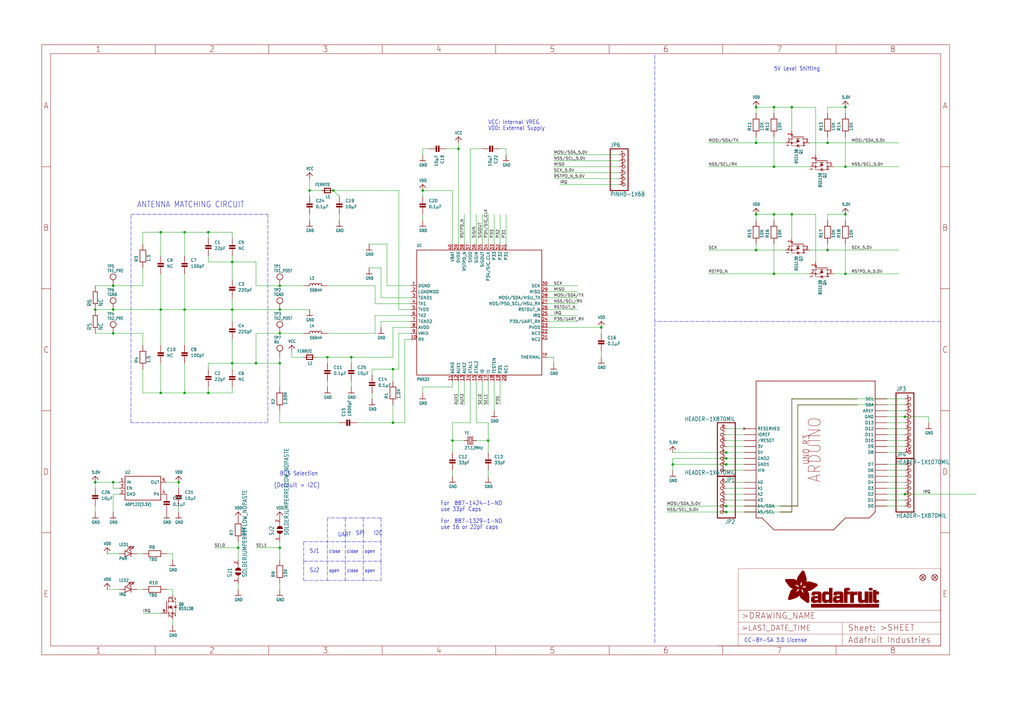
<source format=kicad_sch>
(kicad_sch (version 20211123) (generator eeschema)
  (paper "User" 436.88 299.161)
  (lib_symbols
    (symbol "schematicEagle-eagle-import:5.0V" (power)
      (property "Value" "5.0V" (at -1.524 1.016 0))
      (symbol "5.0V_1_0"
        (pin power_in line (at 0 -2.54 90) (length 2.54) (name "5.0V") (number "1"))
      )
    )
    (symbol "schematicEagle-eagle-import:ARDUINOR3NODIM"
      (symbol "ARDUINOR3NODIM_1_0"
        (text "ARDUINO" (at -17.78 2.54 0) (effects (font (size 5.08 4.318)) (justify left bottom)))
        (text "UNO R3" (at -10.16 -2.54 0) (effects (font (size 2.54 2.159)) (justify left bottom)))
        (pin power_in line (at -5.08 -30.48 90) (length 5.08) (name "3V") (number "3V"))
        (pin power_in line (at -2.54 -30.48 90) (length 5.08) (name "5V") (number "5V"))
        (pin bidirectional line (at 10.16 -30.48 90) (length 5.08) (name "A0") (number "A0"))
        (pin bidirectional line (at 12.7 -30.48 90) (length 5.08) (name "A1") (number "A1"))
        (pin bidirectional line (at 15.24 -30.48 90) (length 5.08) (name "A2") (number "A2"))
        (pin bidirectional line (at 17.78 -30.48 90) (length 5.08) (name "A3") (number "A3"))
        (pin bidirectional line (at 20.32 -30.48 90) (length 5.08) (name "A4/SDA") (number "A4"))
        (pin bidirectional line (at 22.86 -30.48 90) (length 5.08) (name "A5/SCL") (number "A5"))
        (pin bidirectional line (at -20.32 30.48 270) (length 5.08) (name "AREF") (number "AREF"))
        (pin bidirectional line (at 20.32 30.48 270) (length 5.08) (name "D0") (number "D0"))
        (pin bidirectional line (at 17.78 30.48 270) (length 5.08) (name "D1") (number "D1"))
        (pin bidirectional line (at -7.62 30.48 270) (length 5.08) (name "D10") (number "D10"))
        (pin bidirectional line (at -10.16 30.48 270) (length 5.08) (name "D11") (number "D11"))
        (pin bidirectional line (at -12.7 30.48 270) (length 5.08) (name "D12") (number "D12"))
        (pin bidirectional line (at -15.24 30.48 270) (length 5.08) (name "D13") (number "D13"))
        (pin bidirectional line (at 15.24 30.48 270) (length 5.08) (name "D2") (number "D2"))
        (pin bidirectional line (at 12.7 30.48 270) (length 5.08) (name "D3") (number "D3"))
        (pin bidirectional line (at 10.16 30.48 270) (length 5.08) (name "D4") (number "D4"))
        (pin bidirectional line (at 7.62 30.48 270) (length 5.08) (name "D5") (number "D5"))
        (pin bidirectional line (at 5.08 30.48 270) (length 5.08) (name "D6") (number "D6"))
        (pin bidirectional line (at 2.54 30.48 270) (length 5.08) (name "D7") (number "D7"))
        (pin bidirectional line (at -2.54 30.48 270) (length 5.08) (name "D8") (number "D8"))
        (pin bidirectional line (at -5.08 30.48 270) (length 5.08) (name "D9") (number "D9"))
        (pin power_in line (at -17.78 30.48 270) (length 5.08) (name "GND") (number "GND"))
        (pin power_in line (at 2.54 -30.48 90) (length 5.08) (name "GND1") (number "GND1"))
        (pin power_in line (at 0 -30.48 90) (length 5.08) (name "GND2") (number "GND2"))
        (pin output line (at -10.16 -30.48 90) (length 5.08) (name "IOREF") (number "IOREF"))
        (pin no_connect line (at -12.7 -30.48 90) (length 5.08) (name "RESERVED") (number "RESERVED"))
        (pin bidirectional line (at -7.62 -30.48 90) (length 5.08) (name "/RESET") (number "RESET"))
        (pin bidirectional line (at -25.4 30.48 270) (length 5.08) (name "SCL") (number "SCL"))
        (pin bidirectional line (at -22.86 30.48 270) (length 5.08) (name "SDA") (number "SDA"))
        (pin power_in line (at 5.08 -30.48 90) (length 5.08) (name "VIN") (number "VIN"))
      )
    )
    (symbol "schematicEagle-eagle-import:CAP_CERAMIC0805"
      (property "Reference" "C" (at 2.54 2.54 0))
      (property "Value" "CAP_CERAMIC0805" (at 2.54 0 0))
      (symbol "CAP_CERAMIC0805_1_0"
        (pin passive line (at 0 5.08 270) (length 2.54) (name "P$1") (number "1"))
        (pin passive line (at 0 -2.54 90) (length 2.54) (name "P$2") (number "2"))
      )
    )
    (symbol "schematicEagle-eagle-import:CRYSTAL3.2X2.5"
      (property "Reference" "Y" (at -2.54 2.54 0))
      (property "Value" "CRYSTAL3.2X2.5" (at -2.54 -3.81 0))
      (symbol "CRYSTAL3.2X2.5_1_0"
        (pin passive line (at -2.54 0 0) (length 0) (name "1") (number "1"))
        (pin passive line (at 2.54 0 180) (length 0) (name "2") (number "2"))
      )
    )
    (symbol "schematicEagle-eagle-import:FERRITE0805"
      (property "Reference" "FB" (at -1.27 1.905 0))
      (property "Value" "FERRITE0805" (at -1.27 -3.175 0))
      (symbol "FERRITE0805_1_0"
        (pin passive line (at -2.54 0 0) (length 2.54) (name "P$1") (number "1"))
        (pin passive line (at 2.54 0 180) (length 2.54) (name "P$2") (number "2"))
      )
    )
    (symbol "schematicEagle-eagle-import:FIDUCIAL1X2.5")
    (symbol "schematicEagle-eagle-import:FRAME_A3_ADAFRUIT"
      (symbol "FRAME_A3_ADAFRUIT_0_0"
        (text "1" (at 24.2094 1.905 0) (effects (font (size 2.54 2.286))))
        (text "1" (at 24.2094 258.445 0) (effects (font (size 2.54 2.286))))
        (text "2" (at 72.6281 1.905 0) (effects (font (size 2.54 2.286))))
        (text "2" (at 72.6281 258.445 0) (effects (font (size 2.54 2.286))))
        (text "3" (at 121.0469 1.905 0) (effects (font (size 2.54 2.286))))
        (text "3" (at 121.0469 258.445 0) (effects (font (size 2.54 2.286))))
        (text "4" (at 169.4656 1.905 0) (effects (font (size 2.54 2.286))))
        (text "4" (at 169.4656 258.445 0) (effects (font (size 2.54 2.286))))
        (text "5" (at 217.8844 1.905 0) (effects (font (size 2.54 2.286))))
        (text "5" (at 217.8844 258.445 0) (effects (font (size 2.54 2.286))))
        (text "6" (at 266.3031 1.905 0) (effects (font (size 2.54 2.286))))
        (text "6" (at 266.3031 258.445 0) (effects (font (size 2.54 2.286))))
        (text "7" (at 314.7219 1.905 0) (effects (font (size 2.54 2.286))))
        (text "7" (at 314.7219 258.445 0) (effects (font (size 2.54 2.286))))
        (text "8" (at 363.1406 1.905 0) (effects (font (size 2.54 2.286))))
        (text "8" (at 363.1406 258.445 0) (effects (font (size 2.54 2.286))))
        (text "A" (at 1.905 234.315 0) (effects (font (size 2.54 2.286))))
        (text "A" (at 385.445 234.315 0) (effects (font (size 2.54 2.286))))
        (text "B" (at 1.905 182.245 0) (effects (font (size 2.54 2.286))))
        (text "B" (at 385.445 182.245 0) (effects (font (size 2.54 2.286))))
        (text "C" (at 1.905 130.175 0) (effects (font (size 2.54 2.286))))
        (text "C" (at 385.445 130.175 0) (effects (font (size 2.54 2.286))))
        (text "D" (at 1.905 78.105 0) (effects (font (size 2.54 2.286))))
        (text "D" (at 385.445 78.105 0) (effects (font (size 2.54 2.286))))
        (text "E" (at 1.905 26.035 0) (effects (font (size 2.54 2.286))))
        (text "E" (at 385.445 26.035 0) (effects (font (size 2.54 2.286))))
      )
      (symbol "FRAME_A3_ADAFRUIT_1_0"
        (text ">DRAWING_NAME" (at 298.45 15.24 0) (effects (font (size 2.54 2.54)) (justify left bottom)))
        (text ">LAST_DATE_TIME" (at 298.45 10.16 0) (effects (font (size 2.286 2.286)) (justify left bottom)))
        (text ">SHEET" (at 357.505 10.16 0) (effects (font (size 2.54 2.54)) (justify left bottom)))
        (text "Adafruit Industries" (at 343.916 4.953 0) (effects (font (size 2.54 2.54)) (justify left bottom)))
        (text "Sheet:" (at 343.916 10.033 0) (effects (font (size 2.54 2.54)) (justify left bottom)))
      )
    )
    (symbol "schematicEagle-eagle-import:GND" (power)
      (property "Value" "GND" (at -1.524 -2.54 0))
      (symbol "GND_1_0"
        (pin power_in line (at 0 2.54 270) (length 2.54) (name "GND") (number "1"))
      )
    )
    (symbol "schematicEagle-eagle-import:HEADER-1X1070MIL"
      (property "Reference" "JP" (at -6.35 13.335 0))
      (property "Value" "HEADER-1X1070MIL" (at -6.35 -17.78 0))
      (symbol "HEADER-1X1070MIL_1_0"
        (pin passive inverted (at -2.54 10.16 0) (length 2.54) (name "1") (number "1"))
        (pin passive inverted (at -2.54 -12.7 0) (length 2.54) (name "10") (number "10"))
        (pin passive inverted (at -2.54 7.62 0) (length 2.54) (name "2") (number "2"))
        (pin passive inverted (at -2.54 5.08 0) (length 2.54) (name "3") (number "3"))
        (pin passive inverted (at -2.54 2.54 0) (length 2.54) (name "4") (number "4"))
        (pin passive inverted (at -2.54 0 0) (length 2.54) (name "5") (number "5"))
        (pin passive inverted (at -2.54 -2.54 0) (length 2.54) (name "6") (number "6"))
        (pin passive inverted (at -2.54 -5.08 0) (length 2.54) (name "7") (number "7"))
        (pin passive inverted (at -2.54 -7.62 0) (length 2.54) (name "8") (number "8"))
        (pin passive inverted (at -2.54 -10.16 0) (length 2.54) (name "9") (number "9"))
      )
    )
    (symbol "schematicEagle-eagle-import:HEADER-1X670MIL"
      (property "Reference" "JP" (at -6.35 10.795 0))
      (property "Value" "HEADER-1X670MIL" (at -6.35 -10.16 0))
      (symbol "HEADER-1X670MIL_1_0"
        (pin passive inverted (at -2.54 7.62 0) (length 2.54) (name "1") (number "1"))
        (pin passive inverted (at -2.54 5.08 0) (length 2.54) (name "2") (number "2"))
        (pin passive inverted (at -2.54 2.54 0) (length 2.54) (name "3") (number "3"))
        (pin passive inverted (at -2.54 0 0) (length 2.54) (name "4") (number "4"))
        (pin passive inverted (at -2.54 -2.54 0) (length 2.54) (name "5") (number "5"))
        (pin passive inverted (at -2.54 -5.08 0) (length 2.54) (name "6") (number "6"))
      )
    )
    (symbol "schematicEagle-eagle-import:HEADER-1X870MIL"
      (property "Reference" "JP" (at -6.35 13.335 0))
      (property "Value" "HEADER-1X870MIL" (at -6.35 -12.7 0))
      (symbol "HEADER-1X870MIL_1_0"
        (pin passive inverted (at -2.54 10.16 0) (length 2.54) (name "1") (number "1"))
        (pin passive inverted (at -2.54 7.62 0) (length 2.54) (name "2") (number "2"))
        (pin passive inverted (at -2.54 5.08 0) (length 2.54) (name "3") (number "3"))
        (pin passive inverted (at -2.54 2.54 0) (length 2.54) (name "4") (number "4"))
        (pin passive inverted (at -2.54 0 0) (length 2.54) (name "5") (number "5"))
        (pin passive inverted (at -2.54 -2.54 0) (length 2.54) (name "6") (number "6"))
        (pin passive inverted (at -2.54 -5.08 0) (length 2.54) (name "7") (number "7"))
        (pin passive inverted (at -2.54 -7.62 0) (length 2.54) (name "8") (number "8"))
      )
    )
    (symbol "schematicEagle-eagle-import:INDUCTOR0805"
      (property "Reference" "L" (at -2.54 2.54 0))
      (property "Value" "INDUCTOR0805" (at -2.54 -2.54 0))
      (symbol "INDUCTOR0805_1_0"
        (pin passive line (at -5.08 0 0) (length 2.54) (name "1") (number "1"))
        (pin passive line (at 5.08 0 180) (length 2.54) (name "2") (number "2"))
      )
    )
    (symbol "schematicEagle-eagle-import:LED0805"
      (property "Reference" "LED" (at -5.08 3.175 0))
      (property "Value" "LED0805" (at -5.08 -2.794 0))
      (symbol "LED0805_1_0"
        (pin passive line (at -5.08 0 0) (length 2.54) (name "A") (number "A"))
        (pin passive line (at 2.54 0 180) (length 2.54) (name "C") (number "C"))
      )
    )
    (symbol "schematicEagle-eagle-import:MOSFET-NWIDE"
      (property "Reference" "Q" (at 5.08 0.635 0))
      (property "Value" "MOSFET-NWIDE" (at 5.08 -1.27 0))
      (symbol "MOSFET-NWIDE_1_0"
        (text "D" (at 3.175 3.175 0) (effects (font (size 0.8128 0.6908)) (justify left bottom)))
        (text "G" (at -1.27 -1.905 0) (effects (font (size 0.8128 0.6908)) (justify left bottom)))
        (text "S" (at 3.175 -3.81 0) (effects (font (size 0.8128 0.6908)) (justify left bottom)))
        (pin bidirectional line (at -2.54 -2.54 0) (length 2.54) (name "G") (number "1"))
        (pin bidirectional line (at 2.54 -5.08 90) (length 2.54) (name "S") (number "2"))
        (pin bidirectional line (at 2.54 5.08 270) (length 2.54) (name "D") (number "3"))
      )
    )
    (symbol "schematicEagle-eagle-import:PINHD-1X6B"
      (property "Reference" "JP" (at -6.35 10.795 0))
      (property "Value" "PINHD-1X6B" (at -6.35 -10.16 0))
      (symbol "PINHD-1X6B_1_0"
        (pin passive inverted (at -2.54 7.62 0) (length 2.54) (name "1") (number "1"))
        (pin passive inverted (at -2.54 5.08 0) (length 2.54) (name "2") (number "2"))
        (pin passive inverted (at -2.54 2.54 0) (length 2.54) (name "3") (number "3"))
        (pin passive inverted (at -2.54 0 0) (length 2.54) (name "4") (number "4"))
        (pin passive inverted (at -2.54 -2.54 0) (length 2.54) (name "5") (number "5"))
        (pin passive inverted (at -2.54 -5.08 0) (length 2.54) (name "6") (number "6"))
      )
    )
    (symbol "schematicEagle-eagle-import:PN532"
      (property "Reference" "U" (at -27.94 29.21 0))
      (property "Value" "PN532" (at -27.94 -27.94 0))
      (symbol "PN532_1_0"
        (pin bidirectional line (at -30.48 12.7 0) (length 2.54) (name "DGND") (number "1"))
        (pin bidirectional line (at -30.48 -10.16 0) (length 2.54) (name "RX") (number "10"))
        (pin bidirectional line (at -12.7 -27.94 90) (length 2.54) (name "AGND") (number "11"))
        (pin bidirectional line (at -10.16 -27.94 90) (length 2.54) (name "AUX1") (number "12"))
        (pin bidirectional line (at -7.62 -27.94 90) (length 2.54) (name "AUX2") (number "13"))
        (pin bidirectional line (at -5.08 -27.94 90) (length 2.54) (name "XTAL1") (number "14"))
        (pin bidirectional line (at -2.54 -27.94 90) (length 2.54) (name "XTAL2") (number "15"))
        (pin bidirectional line (at 0 -27.94 90) (length 2.54) (name "I0") (number "16"))
        (pin bidirectional line (at 2.54 -27.94 90) (length 2.54) (name "I1") (number "17"))
        (pin bidirectional line (at 5.08 -27.94 90) (length 2.54) (name "TESTEN") (number "18"))
        (pin bidirectional line (at 7.62 -27.94 90) (length 2.54) (name "P35") (number "19"))
        (pin bidirectional line (at -30.48 10.16 0) (length 2.54) (name "LOADMOD") (number "2"))
        (pin bidirectional line (at 10.16 -27.94 90) (length 2.54) (name "NC1") (number "20"))
        (pin bidirectional line (at 27.94 -10.16 180) (length 2.54) (name "NC2") (number "21"))
        (pin bidirectional line (at 27.94 -7.62 180) (length 2.54) (name "NC3") (number "22"))
        (pin bidirectional line (at 27.94 -5.08 180) (length 2.54) (name "PVDD") (number "23"))
        (pin bidirectional line (at 27.94 -2.54 180) (length 2.54) (name "P30/UART_RX") (number "24"))
        (pin bidirectional line (at 27.94 0 180) (length 2.54) (name "IRQ") (number "25"))
        (pin bidirectional line (at 27.94 2.54 180) (length 2.54) (name "RSTOUT_N") (number "26"))
        (pin bidirectional line (at 27.94 5.08 180) (length 2.54) (name "NSS/P50_SCL/HSU_RX") (number "27"))
        (pin bidirectional line (at 27.94 7.62 180) (length 2.54) (name "MOSI/SDA/HSU_TX") (number "28"))
        (pin bidirectional line (at 27.94 10.16 180) (length 2.54) (name "MISO") (number "29"))
        (pin bidirectional line (at -30.48 7.62 0) (length 2.54) (name "TGND1") (number "3"))
        (pin bidirectional line (at 27.94 12.7 180) (length 2.54) (name "SCK") (number "30"))
        (pin bidirectional line (at 10.16 30.48 270) (length 2.54) (name "P31") (number "31"))
        (pin bidirectional line (at 7.62 30.48 270) (length 2.54) (name "P32") (number "32"))
        (pin bidirectional line (at 5.08 30.48 270) (length 2.54) (name "P33") (number "33"))
        (pin bidirectional line (at 2.54 30.48 270) (length 2.54) (name "P34/SIC_CLK") (number "34"))
        (pin bidirectional line (at 0 30.48 270) (length 2.54) (name "SIGOUT") (number "35"))
        (pin bidirectional line (at -2.54 30.48 270) (length 2.54) (name "SIGIN") (number "36"))
        (pin bidirectional line (at -5.08 30.48 270) (length 2.54) (name "SVDD") (number "37"))
        (pin bidirectional line (at -7.62 30.48 270) (length 2.54) (name "RSTPD_N") (number "38"))
        (pin bidirectional line (at -10.16 30.48 270) (length 2.54) (name "DVDD") (number "39"))
        (pin bidirectional line (at -30.48 5.08 0) (length 2.54) (name "TX1") (number "4"))
        (pin bidirectional line (at -12.7 30.48 270) (length 2.54) (name "VBAT") (number "40"))
        (pin bidirectional line (at -30.48 2.54 0) (length 2.54) (name "TVDD") (number "5"))
        (pin bidirectional line (at -30.48 0 0) (length 2.54) (name "TX2") (number "6"))
        (pin bidirectional line (at -30.48 -2.54 0) (length 2.54) (name "TGND2") (number "7"))
        (pin bidirectional line (at -30.48 -5.08 0) (length 2.54) (name "AVDD") (number "8"))
        (pin bidirectional line (at -30.48 -7.62 0) (length 2.54) (name "VMID") (number "9"))
        (pin bidirectional line (at 27.94 -17.78 180) (length 2.54) (name "THERMAL") (number "TP"))
      )
    )
    (symbol "schematicEagle-eagle-import:R-EU_R0201"
      (property "Reference" "R" (at -3.81 1.4986 0))
      (property "Value" "R-EU_R0201" (at -3.81 -3.302 0))
      (symbol "R-EU_R0201_1_0"
        (pin passive line (at -5.08 0 0) (length 2.54) (name "1") (number "1"))
        (pin passive line (at 5.08 0 180) (length 2.54) (name "2") (number "2"))
      )
    )
    (symbol "schematicEagle-eagle-import:RESISTOR0805"
      (property "Reference" "R" (at -2.54 2.032 0))
      (property "Value" "RESISTOR0805" (at -2.54 -3.175 0))
      (symbol "RESISTOR0805_1_0"
        (pin passive line (at -5.08 0 0) (length 2.54) (name "1") (number "1"))
        (pin passive line (at 5.08 0 180) (length 2.54) (name "2") (number "2"))
      )
    )
    (symbol "schematicEagle-eagle-import:SOLDERJUMPERREFLOW_NOPASTE"
      (property "Reference" "SJ" (at -2.54 2.54 0))
      (property "Value" "SOLDERJUMPERREFLOW_NOPASTE" (at -2.54 -3.81 0))
      (symbol "SOLDERJUMPERREFLOW_NOPASTE_1_0"
        (pin passive line (at -5.08 0 0) (length 2.54) (name "1") (number "1"))
        (pin passive line (at 5.08 0 180) (length 2.54) (name "2") (number "2"))
      )
    )
    (symbol "schematicEagle-eagle-import:TESTPOINTPAD"
      (property "Reference" "TP" (at -2.54 7.62 0))
      (property "Value" "TESTPOINTPAD" (at -2.54 5.715 0))
      (symbol "TESTPOINTPAD_1_0"
        (pin bidirectional line (at 0 0 90) (length 2.54) (name "P$1") (number "P$1"))
      )
    )
    (symbol "schematicEagle-eagle-import:VCC" (power)
      (property "Value" "VCC" (at -1.524 1.016 0))
      (symbol "VCC_1_0"
        (pin power_in line (at 0 -2.54 90) (length 2.54) (name "VCC") (number "1"))
      )
    )
    (symbol "schematicEagle-eagle-import:VDD" (power)
      (property "Value" "VDD" (at -1.524 1.016 0))
      (symbol "VDD_1_0"
        (pin power_in line (at 0 -2.54 90) (length 2.54) (name "VDD") (number "1"))
      )
    )
    (symbol "schematicEagle-eagle-import:VREG_SOT23-5"
      (property "Reference" "U" (at -7.62 6.096 0))
      (property "Value" "VREG_SOT23-5" (at -7.62 -7.62 0))
      (symbol "VREG_SOT23-5_1_0"
        (pin bidirectional line (at -10.16 2.54 0) (length 2.54) (name "IN") (number "1"))
        (pin bidirectional line (at -10.16 -2.54 0) (length 2.54) (name "GND") (number "2"))
        (pin bidirectional line (at -10.16 0 0) (length 2.54) (name "EN") (number "3"))
        (pin bidirectional line (at 10.16 -2.54 180) (length 2.54) (name "P4") (number "4"))
        (pin bidirectional line (at 10.16 2.54 180) (length 2.54) (name "OUT") (number "5"))
      )
    )
  )
  (junction (at 48.26 205.74))
  (junction (at 142.24 81.28))
  (junction (at 337.82 45.72))
  (junction (at 119.38 121.92))
  (junction (at 208.28 187.96))
  (junction (at 101.6 233.68))
  (junction (at 99.06 111.76))
  (junction (at 322.58 91.44))
  (junction (at 40.64 205.74))
  (junction (at 99.06 154.94))
  (junction (at 139.7 152.4))
  (junction (at 309.88 215.9))
  (junction (at 360.68 116.84))
  (junction (at 360.68 91.44))
  (junction (at 330.2 116.84))
  (junction (at 360.68 45.72))
  (junction (at 149.86 152.4))
  (junction (at 309.88 198.12))
  (junction (at 309.88 193.04))
  (junction (at 88.9 99.06))
  (junction (at 195.58 63.5))
  (junction (at 353.06 106.68))
  (junction (at 78.74 132.08))
  (junction (at 322.58 45.72))
  (junction (at 322.58 60.96))
  (junction (at 48.26 132.08))
  (junction (at 78.74 167.64))
  (junction (at 330.2 91.44))
  (junction (at 386.08 210.82))
  (junction (at 48.26 121.92))
  (junction (at 167.64 157.48))
  (junction (at 360.68 71.12))
  (junction (at 109.22 154.94))
  (junction (at 287.02 198.12))
  (junction (at 68.58 99.06))
  (junction (at 132.08 81.28))
  (junction (at 48.26 142.24))
  (junction (at 119.38 233.68))
  (junction (at 309.88 195.58))
  (junction (at 256.54 139.7))
  (junction (at 180.34 81.28))
  (junction (at 40.64 132.08))
  (junction (at 99.06 132.08))
  (junction (at 119.38 132.08))
  (junction (at 337.82 91.44))
  (junction (at 119.38 142.24))
  (junction (at 119.38 154.94))
  (junction (at 68.58 132.08))
  (junction (at 330.2 71.12))
  (junction (at 386.08 177.8))
  (junction (at 322.58 106.68))
  (junction (at 353.06 60.96))
  (junction (at 330.2 45.72))
  (junction (at 76.2 205.74))
  (junction (at 309.88 218.44))
  (junction (at 68.58 167.64))
  (junction (at 88.9 167.64))
  (junction (at 78.74 99.06))
  (junction (at 193.04 187.96))
  (junction (at 167.64 180.34))
  (wire (pts (xy 309.88 198.12) (xy 287.02 198.12)))
  (wire (pts (xy 68.58 261.62) (xy 60.96 261.62)))
  (wire (pts (xy 58.42 236.22) (xy 60.96 236.22)))
  (polyline (pts (xy 279.4 274.32) (xy 279.4 137.16)))
  (wire (pts (xy 322.58 60.96) (xy 335.28 60.96)))
  (wire (pts (xy 309.88 213.36) (xy 317.5 213.36)))
  (wire (pts (xy 193.04 162.56) (xy 193.04 165.1)))
  (wire (pts (xy 330.2 58.42) (xy 330.2 71.12)))
  (polyline (pts (xy 129.54 231.14) (xy 162.56 231.14)))
  (wire (pts (xy 337.82 45.72) (xy 330.2 45.72)))
  (wire (pts (xy 175.26 142.24) (xy 170.18 142.24)))
  (wire (pts (xy 353.06 104.14) (xy 353.06 106.68)))
  (polyline (pts (xy 129.54 231.14) (xy 129.54 239.395)))
  (wire (pts (xy 99.06 127) (xy 99.06 132.08)))
  (wire (pts (xy 193.04 81.28) (xy 180.34 81.28)))
  (wire (pts (xy 60.96 104.14) (xy 60.96 99.06)))
  (wire (pts (xy 386.08 210.82) (xy 378.46 210.82)))
  (wire (pts (xy 233.68 132.08) (xy 246.38 132.08)))
  (wire (pts (xy 203.2 187.96) (xy 208.28 187.96)))
  (wire (pts (xy 78.74 147.32) (xy 78.74 132.08)))
  (wire (pts (xy 175.26 121.92) (xy 165.1 121.92)))
  (wire (pts (xy 160.02 121.92) (xy 160.02 129.54)))
  (wire (pts (xy 337.82 55.88) (xy 337.82 45.72)))
  (wire (pts (xy 203.2 180.34) (xy 208.28 180.34)))
  (wire (pts (xy 60.96 147.32) (xy 60.96 142.24)))
  (wire (pts (xy 383.54 116.84) (xy 360.68 116.84)))
  (wire (pts (xy 58.42 251.46) (xy 60.96 251.46)))
  (wire (pts (xy 386.08 182.88) (xy 378.46 182.88)))
  (wire (pts (xy 73.66 264.16) (xy 73.66 266.7)))
  (wire (pts (xy 50.8 210.82) (xy 48.26 210.82)))
  (wire (pts (xy 360.68 48.26) (xy 360.68 45.72)))
  (wire (pts (xy 233.68 139.7) (xy 256.54 139.7)))
  (wire (pts (xy 182.88 63.5) (xy 180.34 63.5)))
  (wire (pts (xy 309.88 195.58) (xy 317.5 195.58)))
  (wire (pts (xy 200.66 104.14) (xy 200.66 63.5)))
  (wire (pts (xy 137.16 81.28) (xy 132.08 81.28)))
  (wire (pts (xy 101.6 233.68) (xy 101.6 238.76)))
  (wire (pts (xy 132.08 93.98) (xy 132.08 91.44)))
  (polyline (pts (xy 162.56 231.14) (xy 162.56 239.395)))
  (wire (pts (xy 134.62 152.4) (xy 139.7 152.4)))
  (wire (pts (xy 88.9 99.06) (xy 88.9 101.6)))
  (wire (pts (xy 309.88 182.88) (xy 317.5 182.88)))
  (wire (pts (xy 309.88 218.44) (xy 284.48 218.44)))
  (wire (pts (xy 347.98 45.72) (xy 337.82 45.72)))
  (wire (pts (xy 119.38 154.94) (xy 119.38 152.4)))
  (wire (pts (xy 213.36 104.14) (xy 213.36 91.44)))
  (wire (pts (xy 162.56 127) (xy 162.56 114.3)))
  (wire (pts (xy 99.06 154.94) (xy 99.06 157.48)))
  (wire (pts (xy 170.18 132.08) (xy 170.18 81.28)))
  (wire (pts (xy 386.08 213.36) (xy 378.46 213.36)))
  (wire (pts (xy 193.04 193.04) (xy 193.04 187.96)))
  (wire (pts (xy 360.68 116.84) (xy 355.6 116.84)))
  (wire (pts (xy 88.9 111.76) (xy 88.9 109.22)))
  (wire (pts (xy 233.68 134.62) (xy 246.38 134.62)))
  (wire (pts (xy 396.24 177.8) (xy 396.24 180.34)))
  (wire (pts (xy 360.68 93.98) (xy 360.68 91.44)))
  (wire (pts (xy 322.58 93.98) (xy 322.58 91.44)))
  (wire (pts (xy 386.08 175.26) (xy 378.46 175.26)))
  (wire (pts (xy 345.44 60.96) (xy 353.06 60.96)))
  (wire (pts (xy 340.36 172.72) (xy 386.08 172.72)))
  (wire (pts (xy 158.75 167.64) (xy 158.75 170.18)))
  (wire (pts (xy 68.58 132.08) (xy 78.74 132.08)))
  (wire (pts (xy 73.66 251.46) (xy 73.66 254)))
  (wire (pts (xy 167.64 157.48) (xy 158.75 157.48)))
  (polyline (pts (xy 55.88 91.44) (xy 114.3 91.44)))
  (wire (pts (xy 200.66 63.5) (xy 205.74 63.5)))
  (polyline (pts (xy 129.54 239.395) (xy 129.54 247.65)))
  (wire (pts (xy 322.58 106.68) (xy 335.28 106.68)))
  (wire (pts (xy 109.22 121.92) (xy 119.38 121.92)))
  (wire (pts (xy 48.26 210.82) (xy 48.26 218.44)))
  (wire (pts (xy 158.75 157.48) (xy 158.75 160.02)))
  (wire (pts (xy 124.46 152.4) (xy 124.46 149.86)))
  (wire (pts (xy 386.08 208.28) (xy 378.46 208.28)))
  (wire (pts (xy 78.74 99.06) (xy 78.74 109.22)))
  (wire (pts (xy 195.58 162.56) (xy 195.58 172.72)))
  (wire (pts (xy 353.06 91.44) (xy 360.68 91.44)))
  (wire (pts (xy 78.74 116.84) (xy 78.74 132.08)))
  (wire (pts (xy 190.5 63.5) (xy 195.58 63.5)))
  (wire (pts (xy 256.54 139.7) (xy 256.54 142.24)))
  (wire (pts (xy 309.88 215.9) (xy 284.48 215.9)))
  (wire (pts (xy 172.72 180.34) (xy 167.64 180.34)))
  (wire (pts (xy 322.58 58.42) (xy 322.58 60.96)))
  (wire (pts (xy 347.98 111.76) (xy 347.98 91.44)))
  (wire (pts (xy 180.34 81.28) (xy 180.34 83.82)))
  (wire (pts (xy 101.6 233.68) (xy 91.44 233.68)))
  (wire (pts (xy 353.06 60.96) (xy 353.06 58.42)))
  (wire (pts (xy 76.2 208.28) (xy 76.2 205.74)))
  (wire (pts (xy 60.96 167.64) (xy 68.58 167.64)))
  (wire (pts (xy 345.44 106.68) (xy 353.06 106.68)))
  (wire (pts (xy 236.22 66.04) (xy 264.16 66.04)))
  (wire (pts (xy 160.02 142.24) (xy 160.02 134.62)))
  (wire (pts (xy 73.66 236.22) (xy 73.66 238.76)))
  (polyline (pts (xy 114.3 180.34) (xy 55.88 180.34)))
  (wire (pts (xy 68.58 167.64) (xy 78.74 167.64)))
  (wire (pts (xy 340.36 215.9) (xy 340.36 172.72)))
  (wire (pts (xy 210.82 104.14) (xy 210.82 91.44)))
  (wire (pts (xy 78.74 132.08) (xy 99.06 132.08)))
  (wire (pts (xy 386.08 187.96) (xy 378.46 187.96)))
  (wire (pts (xy 175.26 144.78) (xy 172.72 144.78)))
  (wire (pts (xy 330.2 104.14) (xy 330.2 116.84)))
  (wire (pts (xy 99.06 101.6) (xy 99.06 99.06)))
  (wire (pts (xy 76.2 215.9) (xy 76.2 218.44)))
  (wire (pts (xy 200.66 162.56) (xy 200.66 180.34)))
  (wire (pts (xy 345.44 71.12) (xy 330.2 71.12)))
  (wire (pts (xy 386.08 193.04) (xy 378.46 193.04)))
  (wire (pts (xy 78.74 154.94) (xy 78.74 167.64)))
  (wire (pts (xy 109.22 142.24) (xy 119.38 142.24)))
  (wire (pts (xy 180.34 63.5) (xy 180.34 66.04)))
  (wire (pts (xy 309.88 208.28) (xy 317.5 208.28)))
  (wire (pts (xy 172.72 144.78) (xy 172.72 180.34)))
  (wire (pts (xy 68.58 99.06) (xy 60.96 99.06)))
  (wire (pts (xy 353.06 45.72) (xy 360.68 45.72)))
  (wire (pts (xy 309.88 187.96) (xy 317.5 187.96)))
  (polyline (pts (xy 154.94 247.65) (xy 162.56 247.65)))
  (wire (pts (xy 139.7 121.92) (xy 160.02 121.92)))
  (wire (pts (xy 119.38 233.68) (xy 119.38 238.76)))
  (wire (pts (xy 386.08 205.74) (xy 378.46 205.74)))
  (wire (pts (xy 180.34 91.44) (xy 180.34 93.98)))
  (wire (pts (xy 144.78 180.34) (xy 119.38 180.34)))
  (wire (pts (xy 68.58 147.32) (xy 68.58 132.08)))
  (wire (pts (xy 149.86 152.4) (xy 149.86 154.94)))
  (wire (pts (xy 99.06 154.94) (xy 109.22 154.94)))
  (wire (pts (xy 88.9 154.94) (xy 99.06 154.94)))
  (wire (pts (xy 386.08 198.12) (xy 378.46 198.12)))
  (wire (pts (xy 149.86 152.4) (xy 139.7 152.4)))
  (wire (pts (xy 193.04 165.1) (xy 180.34 165.1)))
  (polyline (pts (xy 147.32 247.65) (xy 154.94 247.65)))
  (wire (pts (xy 180.34 165.1) (xy 180.34 167.64)))
  (wire (pts (xy 353.06 93.98) (xy 353.06 91.44)))
  (wire (pts (xy 330.2 71.12) (xy 302.26 71.12)))
  (polyline (pts (xy 147.32 220.98) (xy 147.32 247.65)))
  (wire (pts (xy 386.08 215.9) (xy 378.46 215.9)))
  (wire (pts (xy 200.66 180.34) (xy 193.04 180.34)))
  (wire (pts (xy 236.22 73.66) (xy 264.16 73.66)))
  (wire (pts (xy 45.72 236.22) (xy 50.8 236.22)))
  (wire (pts (xy 355.6 71.12) (xy 360.68 71.12)))
  (wire (pts (xy 386.08 203.2) (xy 378.46 203.2)))
  (wire (pts (xy 386.08 210.82) (xy 416.56 210.82)))
  (polyline (pts (xy 162.56 220.98) (xy 162.56 231.14)))
  (polyline (pts (xy 139.7 247.65) (xy 147.32 247.65)))
  (polyline (pts (xy 162.56 220.98) (xy 154.94 220.98)))
  (wire (pts (xy 167.64 157.48) (xy 167.64 162.56)))
  (wire (pts (xy 160.02 134.62) (xy 175.26 134.62)))
  (polyline (pts (xy 139.7 220.98) (xy 139.7 247.65)))
  (wire (pts (xy 99.06 144.78) (xy 99.06 154.94)))
  (wire (pts (xy 50.8 208.28) (xy 48.26 208.28)))
  (wire (pts (xy 40.64 132.08) (xy 48.26 132.08)))
  (wire (pts (xy 215.9 104.14) (xy 215.9 91.44)))
  (wire (pts (xy 124.46 152.4) (xy 129.54 152.4)))
  (wire (pts (xy 309.88 193.04) (xy 287.02 193.04)))
  (wire (pts (xy 109.22 154.94) (xy 109.22 142.24)))
  (wire (pts (xy 309.88 218.44) (xy 337.82 218.44)))
  (wire (pts (xy 233.68 129.54) (xy 246.38 129.54)))
  (wire (pts (xy 205.74 162.56) (xy 205.74 172.72)))
  (wire (pts (xy 302.26 116.84) (xy 330.2 116.84)))
  (wire (pts (xy 162.56 137.16) (xy 162.56 139.7)))
  (wire (pts (xy 167.64 152.4) (xy 149.86 152.4)))
  (wire (pts (xy 48.26 208.28) (xy 48.26 205.74)))
  (wire (pts (xy 215.9 63.5) (xy 215.9 66.04)))
  (wire (pts (xy 193.04 200.66) (xy 193.04 203.2)))
  (wire (pts (xy 68.58 99.06) (xy 68.58 109.22)))
  (wire (pts (xy 60.96 121.92) (xy 48.26 121.92)))
  (wire (pts (xy 78.74 167.64) (xy 88.9 167.64)))
  (wire (pts (xy 236.22 71.12) (xy 264.16 71.12)))
  (wire (pts (xy 99.06 111.76) (xy 88.9 111.76)))
  (wire (pts (xy 119.38 248.92) (xy 119.38 251.46)))
  (polyline (pts (xy 162.56 239.395) (xy 162.56 247.65)))
  (wire (pts (xy 195.58 63.5) (xy 195.58 60.96)))
  (wire (pts (xy 208.28 162.56) (xy 208.28 172.72)))
  (wire (pts (xy 71.12 205.74) (xy 76.2 205.74)))
  (wire (pts (xy 302.26 106.68) (xy 322.58 106.68)))
  (wire (pts (xy 139.7 162.56) (xy 139.7 165.1)))
  (wire (pts (xy 88.9 99.06) (xy 78.74 99.06)))
  (wire (pts (xy 233.68 137.16) (xy 246.38 137.16)))
  (wire (pts (xy 119.38 132.08) (xy 132.08 132.08)))
  (wire (pts (xy 208.28 104.14) (xy 208.28 91.44)))
  (wire (pts (xy 337.82 101.6) (xy 337.82 91.44)))
  (polyline (pts (xy 129.54 239.395) (xy 162.56 239.395)))
  (polyline (pts (xy 154.94 220.98) (xy 147.32 220.98)))
  (wire (pts (xy 119.38 154.94) (xy 109.22 154.94)))
  (wire (pts (xy 144.78 83.82) (xy 142.24 81.28)))
  (wire (pts (xy 48.26 142.24) (xy 60.96 142.24)))
  (wire (pts (xy 198.12 104.14) (xy 198.12 91.44)))
  (wire (pts (xy 170.18 81.28) (xy 142.24 81.28)))
  (wire (pts (xy 160.02 129.54) (xy 175.26 129.54)))
  (wire (pts (xy 162.56 114.3) (xy 157.48 114.3)))
  (wire (pts (xy 347.98 91.44) (xy 337.82 91.44)))
  (wire (pts (xy 233.68 124.46) (xy 246.38 124.46)))
  (wire (pts (xy 386.08 177.8) (xy 378.46 177.8)))
  (wire (pts (xy 238.76 78.74) (xy 264.16 78.74)))
  (wire (pts (xy 132.08 81.28) (xy 132.08 76.2)))
  (wire (pts (xy 99.06 109.22) (xy 99.06 111.76)))
  (wire (pts (xy 167.64 139.7) (xy 167.64 152.4)))
  (wire (pts (xy 119.38 165.1) (xy 119.38 154.94)))
  (wire (pts (xy 68.58 154.94) (xy 68.58 167.64)))
  (wire (pts (xy 165.1 104.14) (xy 157.48 104.14)))
  (wire (pts (xy 360.68 71.12) (xy 383.54 71.12)))
  (wire (pts (xy 88.9 167.64) (xy 99.06 167.64)))
  (wire (pts (xy 208.28 200.66) (xy 208.28 203.2)))
  (wire (pts (xy 208.28 180.34) (xy 208.28 187.96)))
  (wire (pts (xy 360.68 104.14) (xy 360.68 116.84)))
  (wire (pts (xy 71.12 251.46) (xy 73.66 251.46)))
  (wire (pts (xy 68.58 116.84) (xy 68.58 132.08)))
  (wire (pts (xy 203.2 104.14) (xy 203.2 91.44)))
  (wire (pts (xy 337.82 91.44) (xy 330.2 91.44)))
  (wire (pts (xy 386.08 180.34) (xy 378.46 180.34)))
  (wire (pts (xy 386.08 177.8) (xy 396.24 177.8)))
  (wire (pts (xy 78.74 99.06) (xy 68.58 99.06)))
  (polyline (pts (xy 154.94 220.98) (xy 154.94 247.65)))
  (wire (pts (xy 175.26 137.16) (xy 162.56 137.16)))
  (wire (pts (xy 109.22 111.76) (xy 109.22 121.92)))
  (wire (pts (xy 322.58 48.26) (xy 322.58 45.72)))
  (polyline (pts (xy 401.32 137.16) (xy 279.4 137.16)))
  (wire (pts (xy 60.96 167.64) (xy 60.96 157.48)))
  (wire (pts (xy 175.26 127) (xy 162.56 127)))
  (wire (pts (xy 170.18 157.48) (xy 167.64 157.48)))
  (wire (pts (xy 48.26 205.74) (xy 40.64 205.74)))
  (wire (pts (xy 99.06 137.16) (xy 99.06 132.08)))
  (wire (pts (xy 48.26 132.08) (xy 68.58 132.08)))
  (wire (pts (xy 60.96 121.92) (xy 60.96 114.3)))
  (wire (pts (xy 88.9 167.64) (xy 88.9 165.1)))
  (wire (pts (xy 175.26 139.7) (xy 167.64 139.7)))
  (wire (pts (xy 302.26 60.96) (xy 322.58 60.96)))
  (wire (pts (xy 386.08 185.42) (xy 378.46 185.42)))
  (wire (pts (xy 233.68 127) (xy 246.38 127)))
  (wire (pts (xy 165.1 121.92) (xy 165.1 104.14)))
  (wire (pts (xy 309.88 198.12) (xy 317.5 198.12)))
  (wire (pts (xy 88.9 157.48) (xy 88.9 154.94)))
  (wire (pts (xy 309.88 190.5) (xy 317.5 190.5)))
  (wire (pts (xy 309.88 215.9) (xy 340.36 215.9)))
  (wire (pts (xy 101.6 248.92) (xy 101.6 251.46)))
  (wire (pts (xy 330.2 116.84) (xy 345.44 116.84)))
  (wire (pts (xy 71.12 236.22) (xy 73.66 236.22)))
  (wire (pts (xy 50.8 205.74) (xy 48.26 205.74)))
  (wire (pts (xy 198.12 162.56) (xy 198.12 172.72)))
  (wire (pts (xy 193.04 187.96) (xy 198.12 187.96)))
  (wire (pts (xy 48.26 121.92) (xy 40.64 121.92)))
  (wire (pts (xy 132.08 83.82) (xy 132.08 81.28)))
  (wire (pts (xy 309.88 185.42) (xy 317.5 185.42)))
  (wire (pts (xy 208.28 187.96) (xy 208.28 193.04)))
  (wire (pts (xy 236.22 152.4) (xy 236.22 154.94)))
  (wire (pts (xy 347.98 66.04) (xy 347.98 45.72)))
  (wire (pts (xy 309.88 205.74) (xy 317.5 205.74)))
  (wire (pts (xy 330.2 91.44) (xy 322.58 91.44)))
  (polyline (pts (xy 279.4 137.16) (xy 279.4 22.86)))
  (wire (pts (xy 119.38 233.68) (xy 109.22 233.68)))
  (polyline (pts (xy 55.88 180.34) (xy 55.88 91.44)))
  (wire (pts (xy 287.02 198.12) (xy 287.02 200.66)))
  (wire (pts (xy 353.06 60.96) (xy 383.54 60.96)))
  (wire (pts (xy 213.36 162.56) (xy 213.36 172.72)))
  (wire (pts (xy 50.8 251.46) (xy 45.72 251.46)))
  (polyline (pts (xy 147.32 220.98) (xy 139.7 220.98)))
  (wire (pts (xy 353.06 106.68) (xy 383.54 106.68)))
  (wire (pts (xy 213.36 63.5) (xy 215.9 63.5)))
  (wire (pts (xy 330.2 45.72) (xy 322.58 45.72)))
  (polyline (pts (xy 129.54 247.65) (xy 139.7 247.65)))
  (wire (pts (xy 233.68 121.92) (xy 246.38 121.92)))
  (wire (pts (xy 167.64 172.72) (xy 167.64 180.34)))
  (wire (pts (xy 264.16 76.2) (xy 236.22 76.2)))
  (wire (pts (xy 99.06 132.08) (xy 119.38 132.08)))
  (wire (pts (xy 360.68 71.12) (xy 360.68 58.42)))
  (polyline (pts (xy 114.3 91.44) (xy 114.3 180.34)))
  (wire (pts (xy 99.06 111.76) (xy 99.06 119.38)))
  (wire (pts (xy 149.86 165.1) (xy 149.86 162.56)))
  (wire (pts (xy 119.38 121.92) (xy 129.54 121.92)))
  (wire (pts (xy 119.38 180.34) (xy 119.38 175.26)))
  (wire (pts (xy 139.7 142.24) (xy 160.02 142.24)))
  (wire (pts (xy 337.82 170.18) (xy 386.08 170.18)))
  (wire (pts (xy 195.58 104.14) (xy 195.58 63.5)))
  (wire (pts (xy 322.58 106.68) (xy 322.58 104.14)))
  (wire (pts (xy 386.08 190.5) (xy 378.46 190.5)))
  (wire (pts (xy 193.04 180.34) (xy 193.04 187.96)))
  (wire (pts (xy 210.82 162.56) (xy 210.82 175.26)))
  (wire (pts (xy 330.2 93.98) (xy 330.2 91.44)))
  (wire (pts (xy 203.2 162.56) (xy 203.2 180.34)))
  (wire (pts (xy 309.88 193.04) (xy 317.5 193.04)))
  (wire (pts (xy 99.06 99.06) (xy 88.9 99.06)))
  (wire (pts (xy 236.22 68.58) (xy 264.16 68.58)))
  (wire (pts (xy 119.38 231.14) (xy 119.38 233.68)))
  (wire (pts (xy 99.06 165.1) (xy 99.06 167.64)))
  (wire (pts (xy 101.6 233.68) (xy 101.6 231.14)))
  (wire (pts (xy 309.88 195.58) (xy 287.02 195.58)))
  (wire (pts (xy 167.64 180.34) (xy 152.4 180.34)))
  (wire (pts (xy 40.64 142.24) (xy 48.26 142.24)))
  (wire (pts (xy 330.2 48.26) (xy 330.2 45.72)))
  (wire (pts (xy 99.06 111.76) (xy 109.22 111.76)))
  (wire (pts (xy 309.88 210.82) (xy 317.5 210.82)))
  (wire (pts (xy 175.26 132.08) (xy 170.18 132.08)))
  (wire (pts (xy 309.88 200.66) (xy 317.5 200.66)))
  (wire (pts (xy 40.64 215.9) (xy 40.64 218.44)))
  (wire (pts (xy 40.64 205.74) (xy 40.64 208.28)))
  (wire (pts (xy 144.78 91.44) (xy 144.78 93.98)))
  (wire (pts (xy 170.18 142.24) (xy 170.18 157.48)))
  (wire (pts (xy 205.74 104.14) (xy 205.74 91.44)))
  (wire (pts (xy 233.68 152.4) (xy 236.22 152.4)))
  (wire (pts (xy 353.06 48.26) (xy 353.06 45.72)))
  (wire (pts (xy 119.38 142.24) (xy 129.54 142.24)))
  (wire (pts (xy 337.82 170.18) (xy 337.82 218.44)))
  (wire (pts (xy 256.54 149.86) (xy 256.54 152.4)))
  (wire (pts (xy 193.04 104.14) (xy 193.04 81.28)))
  (wire (pts (xy 386.08 200.66) (xy 378.46 200.66)))
  (wire (pts (xy 139.7 152.4) (xy 139.7 154.94)))
  (wire (pts (xy 287.02 195.58) (xy 287.02 198.12)))
  (text "For  887-1329-1-ND" (at 187.96 223.52 180) (effects (font (size 1.778 1.5113)) (justify left bottom)))
  (text "close" (at 147.955 244.475 180) (effects (font (size 1.4224 1.209)) (justify left bottom)))
  (text "For  887-1424-1-ND" (at 187.96 215.9 180) (effects (font (size 1.778 1.5113)) (justify left bottom)))
  (text "use 33pF Caps" (at 187.96 218.44 180) (effects (font (size 1.778 1.5113)) (justify left bottom)))
  (text "use 16 or 22pF caps" (at 187.96 226.06 180) (effects (font (size 1.778 1.5113)) (justify left bottom)))
  (text "UART" (at 144.145 229.235 180) (effects (font (size 1.778 1.5113)) (justify left bottom)))
  (text "BUS Selection" (at 119.38 203.2 180) (effects (font (size 1.778 1.5113)) (justify left bottom)))
  (text "open" (at 140.335 244.475 180) (effects (font (size 1.4224 1.209)) (justify left bottom)))
  (text "VDD: External Supply" (at 208.28 55.88 180) (effects (font (size 1.778 1.5113)) (justify left bottom)))
  (text "I2C" (at 159.385 228.6 180) (effects (font (size 1.778 1.5113)) (justify left bottom)))
  (text "SJ2" (at 132.08 244.475 180) (effects (font (size 1.778 1.5113)) (justify left bottom)))
  (text "ANTENNA MATCHING CIRCUIT" (at 58.42 88.9 180) (effects (font (size 2.54 2.159)) (justify left bottom)))
  (text "close" (at 147.955 236.22 180) (effects (font (size 1.4224 1.209)) (justify left bottom)))
  (text "SJ1" (at 132.08 236.22 180) (effects (font (size 1.778 1.5113)) (justify left bottom)))
  (text "open" (at 155.575 236.22 180) (effects (font (size 1.4224 1.209)) (justify left bottom)))
  (text "open" (at 155.575 244.475 180) (effects (font (size 1.4224 1.209)) (justify left bottom)))
  (text "VCC: Internal VREG" (at 208.28 53.34 180) (effects (font (size 1.778 1.5113)) (justify left bottom)))
  (text "close" (at 140.335 236.22 180) (effects (font (size 1.4224 1.209)) (justify left bottom)))
  (text "CC-BY-SA 3.0 License" (at 317.5 274.32 180) (effects (font (size 1.778 1.5113)) (justify left bottom)))
  (text "SPI" (at 151.765 228.6 180) (effects (font (size 1.778 1.5113)) (justify left bottom)))
  (text "5V Level Shifting" (at 330.2 30.48 180) (effects (font (size 1.778 1.5113)) (justify left bottom)))
  (text "(Default = I2C)" (at 116.84 208.28 180) (effects (font (size 1.9304 1.6408)) (justify left bottom)))
  (label "NSS/SCL_5.0V" (at 363.22 71.12 0) (effects (font (size 1.2446 1.2446))))
  (label "SCK_5.0V" (at 236.22 73.66 0) (effects (font (size 1.2446 1.2446))))
  (label "P34/SIC_CLK" (at 208.28 101.6 90) (effects (font (size 1.2446 1.2446))))
  (label "MISO" (at 236.22 71.12 0) (effects (font (size 1.2446 1.2446))))
  (label "SEL1" (at 208.28 172.72 90) (effects (font (size 1.2446 1.2446))))
  (label "SIGIN" (at 203.2 101.6 90) (effects (font (size 1.2446 1.2446))))
  (label "SIGOUT" (at 205.74 101.6 90) (effects (font (size 1.2446 1.2446))))
  (label "NSS/SCL_5.0V" (at 284.48 218.44 0) (effects (font (size 1.2446 1.2446))))
  (label "SEL0" (at 205.74 172.72 90) (effects (font (size 1.2446 1.2446))))
  (label "P32" (at 213.36 101.6 90) (effects (font (size 1.2446 1.2446))))
  (label "MOSI/SDA/TX" (at 302.26 60.96 0) (effects (font (size 1.2446 1.2446))))
  (label "MISO" (at 236.22 124.46 0) (effects (font (size 1.2446 1.2446))))
  (label "SCK" (at 302.26 106.68 0) (effects (font (size 1.2446 1.2446))))
  (label "MOSI/SDA_5.0V" (at 236.22 66.04 0) (effects (font (size 1.2446 1.2446))))
  (label "AUX1" (at 195.58 172.72 90) (effects (font (size 1.2446 1.2446))))
  (label "SEL0" (at 91.44 233.68 0) (effects (font (size 1.2446 1.2446))))
  (label "IRQ" (at 393.7 210.82 0) (effects (font (size 1.2446 1.2446))))
  (label "SCK_5.0V" (at 363.22 106.68 0) (effects (font (size 1.2446 1.2446))))
  (label "RSTPD_N" (at 198.12 101.6 90) (effects (font (size 1.2446 1.2446))))
  (label "NSS/SCL/RX" (at 236.22 129.54 0) (effects (font (size 1.2446 1.2446))))
  (label "IRQ" (at 60.96 261.62 0) (effects (font (size 1.2446 1.2446))))
  (label "SEL1" (at 109.22 233.68 0) (effects (font (size 1.2446 1.2446))))
  (label "RSTPD_N" (at 302.26 116.84 0) (effects (font (size 1.2446 1.2446))))
  (label "NSS/SCL/RX" (at 302.26 71.12 0) (effects (font (size 1.2446 1.2446))))
  (label "RSTOUT_N" (at 236.22 132.08 0) (effects (font (size 1.2446 1.2446))))
  (label "IRQ" (at 238.76 78.74 0) (effects (font (size 1.2446 1.2446))))
  (label "SCK" (at 236.22 121.92 0) (effects (font (size 1.2446 1.2446))))
  (label "IRQ" (at 236.22 134.62 0) (effects (font (size 1.2446 1.2446))))
  (label "AUX2" (at 198.12 172.72 90) (effects (font (size 1.2446 1.2446))))
  (label "RSTPD_N_5.0V" (at 236.22 76.2 0) (effects (font (size 1.2446 1.2446))))
  (label "P31" (at 215.9 101.6 90) (effects (font (size 1.2446 1.2446))))
  (label "MOSI/SDA_5.0V" (at 363.22 60.96 0) (effects (font (size 1.2446 1.2446))))
  (label "RSTPD_N_5.0V" (at 363.22 116.84 0) (effects (font (size 1.2446 1.2446))))
  (label "P35" (at 213.36 172.72 90) (effects (font (size 1.2446 1.2446))))
  (label "P30/UART_RX" (at 236.22 137.16 0) (effects (font (size 1.2446 1.2446))))
  (label "MOSI/SDA_5.0V" (at 284.48 215.9 0) (effects (font (size 1.2446 1.2446))))
  (label "NSS/SCL_5.0V" (at 236.22 68.58 0) (effects (font (size 1.2446 1.2446))))
  (label "MOSI/SDA/TX" (at 236.22 127 0) (effects (font (size 1.2446 1.2446))))
  (label "P33" (at 210.82 101.6 90) (effects (font (size 1.2446 1.2446))))
  (symbol (lib_id "schematicEagle-eagle-import:CAP_CERAMIC0805") (at 40.64 213.36 0) (unit 1)
    (property "Reference" "C26" (at 43.18 210.82 0) (effects (justify left bottom)))
    (property "Value" "10µF" (at 43.18 213.36 0) (effects (justify left bottom)))
    (property "Footprint" "schematicEagle:0805" (effects hide))
  )
  (symbol (lib_id "schematicEagle-eagle-import:GND") (at 256.54 154.94 0) (unit 1)
    (property "Reference" "#U$20" (effects hide))
    (property "Value" "GND" (at 255.016 157.48 0) (effects (font (size 1.27 1.0795)) (justify left bottom)))
    (property "Footprint" "schematicEagle:" (effects hide))
  )
  (symbol (lib_id "schematicEagle-eagle-import:RESISTOR0805") (at 167.64 167.64 90) (unit 1)
    (property "Reference" "R1" (at 165.608 170.18 0) (effects (justify left bottom)))
    (property "Value" "1.0K" (at 170.815 170.18 0) (effects (justify left bottom)))
    (property "Footprint" "schematicEagle:0805" (effects hide))
  )
  (symbol (lib_id "schematicEagle-eagle-import:GND") (at 180.34 170.18 0) (unit 1)
    (property "Reference" "#U$12" (effects hide))
    (property "Value" "GND" (at 178.816 172.72 0) (effects (font (size 1.27 1.0795)) (justify left bottom)))
    (property "Footprint" "schematicEagle:" (effects hide))
  )
  (symbol (lib_id "schematicEagle-eagle-import:VDD") (at 76.2 203.2 0) (unit 1)
    (property "Reference" "#U$31" (effects hide))
    (property "Value" "VDD" (at 74.676 202.184 0) (effects (font (size 1.27 1.0795)) (justify left bottom)))
    (property "Footprint" "schematicEagle:" (effects hide))
  )
  (symbol (lib_id "schematicEagle-eagle-import:VCC") (at 132.08 73.66 0) (unit 1)
    (property "Reference" "#P+2" (effects hide))
    (property "Value" "VCC" (at 130.556 72.644 0) (effects (font (size 1.27 1.0795)) (justify left bottom)))
    (property "Footprint" "schematicEagle:" (effects hide))
  )
  (symbol (lib_id "schematicEagle-eagle-import:MOSFET-NWIDE") (at 340.36 104.14 270) (unit 1)
    (property "Reference" "Q3" (at 340.995 109.22 0) (effects (font (size 1.27 1.0795)) (justify left bottom)))
    (property "Value" "BSS138" (at 339.09 109.22 0) (effects (font (size 1.27 1.0795)) (justify left bottom)))
    (property "Footprint" "schematicEagle:SOT23-WIDE" (effects hide))
  )
  (symbol (lib_id "schematicEagle-eagle-import:TESTPOINTPAD") (at 119.38 132.08 0) (unit 1)
    (property "Reference" "TP2" (at 116.84 124.46 0) (effects (font (size 1.27 1.0795)) (justify left bottom)))
    (property "Value" "TGND" (at 116.84 126.365 0) (effects (font (size 1.27 1.0795)) (justify left bottom)))
    (property "Footprint" "schematicEagle:TESTPOINT_PAD_2MM" (effects hide))
  )
  (symbol (lib_id "schematicEagle-eagle-import:LED0805") (at 55.88 251.46 0) (unit 1)
    (property "Reference" "LED2" (at 50.8 248.285 0) (effects (font (size 1.27 1.0795)) (justify left bottom)))
    (property "Value" "IRQ" (at 50.8 254.254 0) (effects (font (size 1.27 1.0795)) (justify left bottom)))
    (property "Footprint" "schematicEagle:CHIPLED_0805" (effects hide))
  )
  (symbol (lib_id "schematicEagle-eagle-import:R-EU_R0201") (at 40.64 127 90) (unit 1)
    (property "Reference" "R6" (at 39.1414 130.81 0) (effects (font (size 1.778 1.5113)) (justify left bottom)))
    (property "Value" "NC" (at 43.942 130.81 0) (effects (font (size 1.778 1.5113)) (justify left bottom)))
    (property "Footprint" "schematicEagle:R0201" (effects hide))
  )
  (symbol (lib_id "schematicEagle-eagle-import:RESISTOR0805") (at 360.68 99.06 90) (unit 1)
    (property "Reference" "R18" (at 358.648 101.6 0) (effects (justify left bottom)))
    (property "Value" "10K" (at 363.855 101.6 0) (effects (justify left bottom)))
    (property "Footprint" "schematicEagle:0805" (effects hide))
  )
  (symbol (lib_id "schematicEagle-eagle-import:GND") (at 287.02 203.2 0) (unit 1)
    (property "Reference" "#U$6" (effects hide))
    (property "Value" "GND" (at 285.496 205.74 0) (effects (font (size 1.27 1.0795)) (justify left bottom)))
    (property "Footprint" "schematicEagle:" (effects hide))
  )
  (symbol (lib_id "schematicEagle-eagle-import:GND") (at 76.2 220.98 0) (unit 1)
    (property "Reference" "#U$43" (effects hide))
    (property "Value" "GND" (at 74.676 223.52 0) (effects (font (size 1.27 1.0795)) (justify left bottom)))
    (property "Footprint" "schematicEagle:" (effects hide))
  )
  (symbol (lib_id "schematicEagle-eagle-import:MOSFET-NWIDE") (at 71.12 259.08 0) (unit 1)
    (property "Reference" "Q6" (at 76.2 258.445 0) (effects (font (size 1.27 1.0795)) (justify left bottom)))
    (property "Value" "BSS138" (at 76.2 260.35 0) (effects (font (size 1.27 1.0795)) (justify left bottom)))
    (property "Footprint" "schematicEagle:SOT23-WIDE" (effects hide))
  )
  (symbol (lib_id "schematicEagle-eagle-import:SOLDERJUMPERREFLOW_NOPASTE") (at 101.6 243.84 90) (unit 1)
    (property "Reference" "SJ1" (at 99.06 246.38 0) (effects (font (size 1.778 1.5113)) (justify left bottom)))
    (property "Value" "SOLDERJUMPERREFLOW_NOPASTE" (at 105.41 246.38 0) (effects (font (size 1.778 1.5113)) (justify left bottom)))
    (property "Footprint" "schematicEagle:SOLDERJUMPER_REFLOW_NOPASTE" (effects hide))
  )
  (symbol (lib_id "schematicEagle-eagle-import:MOSFET-NWIDE") (at 350.52 114.3 270) (unit 1)
    (property "Reference" "Q4" (at 351.155 119.38 0) (effects (font (size 1.27 1.0795)) (justify left bottom)))
    (property "Value" "BSS138" (at 349.25 119.38 0) (effects (font (size 1.27 1.0795)) (justify left bottom)))
    (property "Footprint" "schematicEagle:SOT23-WIDE" (effects hide))
  )
  (symbol (lib_id "schematicEagle-eagle-import:GND") (at 157.48 116.84 0) (unit 1)
    (property "Reference" "#U$7" (effects hide))
    (property "Value" "GND" (at 155.956 119.38 0) (effects (font (size 1.27 1.0795)) (justify left bottom)))
    (property "Footprint" "schematicEagle:" (effects hide))
  )
  (symbol (lib_id "schematicEagle-eagle-import:INDUCTOR0805") (at 134.62 121.92 0) (unit 1)
    (property "Reference" "L3" (at 132.08 119.38 0) (effects (font (size 1.27 1.0795)) (justify left bottom)))
    (property "Value" "560nH" (at 132.08 124.46 0) (effects (font (size 1.27 1.0795)) (justify left bottom)))
    (property "Footprint" "schematicEagle:0805" (effects hide))
  )
  (symbol (lib_id "schematicEagle-eagle-import:VCC") (at 124.46 147.32 0) (unit 1)
    (property "Reference" "#P+3" (effects hide))
    (property "Value" "VCC" (at 122.936 146.304 0) (effects (font (size 1.27 1.0795)) (justify left bottom)))
    (property "Footprint" "schematicEagle:" (effects hide))
  )
  (symbol (lib_id "schematicEagle-eagle-import:RESISTOR0805") (at 330.2 53.34 90) (unit 1)
    (property "Reference" "R12" (at 328.168 55.88 0) (effects (justify left bottom)))
    (property "Value" "10K" (at 333.375 55.88 0) (effects (justify left bottom)))
    (property "Footprint" "schematicEagle:0805" (effects hide))
  )
  (symbol (lib_id "schematicEagle-eagle-import:GND") (at 71.12 220.98 0) (unit 1)
    (property "Reference" "#U$47" (effects hide))
    (property "Value" "GND" (at 69.596 223.52 0) (effects (font (size 1.27 1.0795)) (justify left bottom)))
    (property "Footprint" "schematicEagle:" (effects hide))
  )
  (symbol (lib_id "schematicEagle-eagle-import:GND") (at 193.04 205.74 0) (unit 1)
    (property "Reference" "#U$13" (effects hide))
    (property "Value" "GND" (at 191.516 208.28 0) (effects (font (size 1.27 1.0795)) (justify left bottom)))
    (property "Footprint" "schematicEagle:" (effects hide))
  )
  (symbol (lib_id "schematicEagle-eagle-import:CAP_CERAMIC0805") (at 99.06 162.56 0) (unit 1)
    (property "Reference" "C6" (at 101.6 160.02 0) (effects (justify left bottom)))
    (property "Value" "NC" (at 101.6 162.56 0) (effects (justify left bottom)))
    (property "Footprint" "schematicEagle:0805" (effects hide))
  )
  (symbol (lib_id "schematicEagle-eagle-import:GND") (at 40.64 220.98 0) (unit 1)
    (property "Reference" "#U$44" (effects hide))
    (property "Value" "GND" (at 39.116 223.52 0) (effects (font (size 1.27 1.0795)) (justify left bottom)))
    (property "Footprint" "schematicEagle:" (effects hide))
  )
  (symbol (lib_id "schematicEagle-eagle-import:GND") (at 215.9 68.58 0) (unit 1)
    (property "Reference" "#U$35" (effects hide))
    (property "Value" "GND" (at 214.376 71.12 0) (effects (font (size 1.27 1.0795)) (justify left bottom)))
    (property "Footprint" "schematicEagle:" (effects hide))
  )
  (symbol (lib_id "schematicEagle-eagle-import:MOSFET-NWIDE") (at 340.36 58.42 270) (unit 1)
    (property "Reference" "Q1" (at 340.995 63.5 0) (effects (font (size 1.27 1.0795)) (justify left bottom)))
    (property "Value" "BSS138" (at 339.09 63.5 0) (effects (font (size 1.27 1.0795)) (justify left bottom)))
    (property "Footprint" "schematicEagle:SOT23-WIDE" (effects hide))
  )
  (symbol (lib_id "schematicEagle-eagle-import:5.0V") (at 360.68 43.18 0) (unit 1)
    (property "Reference" "#U$36" (effects hide))
    (property "Value" "5.0V" (at 359.156 42.164 0) (effects (font (size 1.27 1.0795)) (justify left bottom)))
    (property "Footprint" "schematicEagle:" (effects hide))
  )
  (symbol (lib_id "schematicEagle-eagle-import:5.0V") (at 40.64 203.2 0) (unit 1)
    (property "Reference" "#U$15" (effects hide))
    (property "Value" "5.0V" (at 39.116 202.184 0) (effects (font (size 1.27 1.0795)) (justify left bottom)))
    (property "Footprint" "schematicEagle:" (effects hide))
  )
  (symbol (lib_id "schematicEagle-eagle-import:GND") (at 132.08 134.62 0) (unit 1)
    (property "Reference" "#U$2" (effects hide))
    (property "Value" "GND" (at 130.556 137.16 0) (effects (font (size 1.27 1.0795)) (justify left bottom)))
    (property "Footprint" "schematicEagle:" (effects hide))
  )
  (symbol (lib_id "schematicEagle-eagle-import:GND") (at 73.66 241.3 0) (unit 1)
    (property "Reference" "#U$27" (effects hide))
    (property "Value" "GND" (at 72.136 243.84 0) (effects (font (size 1.27 1.0795)) (justify left bottom)))
    (property "Footprint" "schematicEagle:" (effects hide))
  )
  (symbol (lib_id "schematicEagle-eagle-import:GND") (at 236.22 157.48 0) (unit 1)
    (property "Reference" "#U$18" (effects hide))
    (property "Value" "GND" (at 234.696 160.02 0) (effects (font (size 1.27 1.0795)) (justify left bottom)))
    (property "Footprint" "schematicEagle:" (effects hide))
  )
  (symbol (lib_id "schematicEagle-eagle-import:CAP_CERAMIC0805") (at 88.9 106.68 0) (unit 1)
    (property "Reference" "C1" (at 91.44 104.14 0) (effects (justify left bottom)))
    (property "Value" "22pF" (at 91.44 106.68 0) (effects (justify left bottom)))
    (property "Footprint" "schematicEagle:0805" (effects hide))
  )
  (symbol (lib_id "schematicEagle-eagle-import:FRAME_A3_ADAFRUIT") (at 17.78 279.4 0) (unit 1)
    (property "Reference" "#FRAME1" (effects hide))
    (property "Value" "FRAME_A3_ADAFRUIT" (effects hide))
    (property "Footprint" "schematicEagle:" (effects hide))
  )
  (symbol (lib_id "schematicEagle-eagle-import:INDUCTOR0805") (at 134.62 142.24 0) (unit 1)
    (property "Reference" "L4" (at 132.08 139.7 0) (effects (font (size 1.27 1.0795)) (justify left bottom)))
    (property "Value" "560nH" (at 132.08 144.78 0) (effects (font (size 1.27 1.0795)) (justify left bottom)))
    (property "Footprint" "schematicEagle:0805" (effects hide))
  )
  (symbol (lib_id "schematicEagle-eagle-import:CAP_CERAMIC0805") (at 144.78 88.9 0) (unit 1)
    (property "Reference" "C19" (at 147.32 86.36 0) (effects (justify left bottom)))
    (property "Value" "10µF" (at 147.32 88.9 0) (effects (justify left bottom)))
    (property "Footprint" "schematicEagle:0805" (effects hide))
  )
  (symbol (lib_id "schematicEagle-eagle-import:CAP_CERAMIC0805") (at 99.06 124.46 0) (unit 1)
    (property "Reference" "C3" (at 101.6 121.92 0) (effects (justify left bottom)))
    (property "Value" "220pF" (at 101.6 124.46 0) (effects (justify left bottom)))
    (property "Footprint" "schematicEagle:0805" (effects hide))
  )
  (symbol (lib_id "schematicEagle-eagle-import:GND") (at 101.6 254 0) (unit 1)
    (property "Reference" "#U$5" (effects hide))
    (property "Value" "GND" (at 100.076 256.54 0) (effects (font (size 1.27 1.0795)) (justify left bottom)))
    (property "Footprint" "schematicEagle:" (effects hide))
  )
  (symbol (lib_id "schematicEagle-eagle-import:CAP_CERAMIC0805") (at 99.06 142.24 0) (unit 1)
    (property "Reference" "C4" (at 101.6 139.7 0) (effects (justify left bottom)))
    (property "Value" "220pF" (at 101.6 142.24 0) (effects (justify left bottom)))
    (property "Footprint" "schematicEagle:0805" (effects hide))
  )
  (symbol (lib_id "schematicEagle-eagle-import:R-EU_R0201") (at 40.64 137.16 90) (unit 1)
    (property "Reference" "R5" (at 39.1414 140.97 0) (effects (font (size 1.778 1.5113)) (justify left bottom)))
    (property "Value" "NC" (at 43.942 140.97 0) (effects (font (size 1.778 1.5113)) (justify left bottom)))
    (property "Footprint" "schematicEagle:R0201" (effects hide))
  )
  (symbol (lib_id "schematicEagle-eagle-import:RESISTOR0805") (at 322.58 99.06 90) (unit 1)
    (property "Reference" "R15" (at 320.548 101.6 0) (effects (justify left bottom)))
    (property "Value" "10K" (at 325.755 101.6 0) (effects (justify left bottom)))
    (property "Footprint" "schematicEagle:0805" (effects hide))
  )
  (symbol (lib_id "schematicEagle-eagle-import:CRYSTAL3.2X2.5") (at 200.66 187.96 0) (unit 1)
    (property "Reference" "Y1" (at 198.12 185.42 0) (effects (font (size 1.27 1.0795)) (justify left bottom)))
    (property "Value" "27.12MHz" (at 198.12 191.77 0) (effects (font (size 1.27 1.0795)) (justify left bottom)))
    (property "Footprint" "schematicEagle:CRYSTAL_3.2X2.5" (effects hide))
  )
  (symbol (lib_id "schematicEagle-eagle-import:RESISTOR0805") (at 101.6 226.06 90) (unit 1)
    (property "Reference" "R7" (at 99.568 228.6 0) (effects (justify left bottom)))
    (property "Value" "10K" (at 104.775 228.6 0) (effects (justify left bottom)))
    (property "Footprint" "schematicEagle:0805" (effects hide))
  )
  (symbol (lib_id "schematicEagle-eagle-import:HEADER-1X870MIL") (at 307.34 190.5 180) (unit 1)
    (property "Reference" "JP1" (at 313.69 203.835 0) (effects (font (size 1.778 1.5113)) (justify left bottom)))
    (property "Value" "HEADER-1X870MIL" (at 313.69 177.8 0) (effects (font (size 1.778 1.5113)) (justify left bottom)))
    (property "Footprint" "schematicEagle:1X08_ROUND_70" (effects hide))
  )
  (symbol (lib_id "schematicEagle-eagle-import:HEADER-1X1070MIL") (at 388.62 180.34 0) (unit 1)
    (property "Reference" "JP3" (at 382.27 167.005 0) (effects (font (size 1.778 1.5113)) (justify left bottom)))
    (property "Value" "HEADER-1X1070MIL" (at 382.27 198.12 0) (effects (font (size 1.778 1.5113)) (justify left bottom)))
    (property "Footprint" "schematicEagle:1X10_ROUND70" (effects hide))
  )
  (symbol (lib_id "schematicEagle-eagle-import:HEADER-1X870MIL") (at 388.62 208.28 0) (unit 1)
    (property "Reference" "JP4" (at 382.27 194.945 0) (effects (font (size 1.778 1.5113)) (justify left bottom)))
    (property "Value" "HEADER-1X870MIL" (at 382.27 220.98 0) (effects (font (size 1.778 1.5113)) (justify left bottom)))
    (property "Footprint" "schematicEagle:1X08_ROUND_70" (effects hide))
  )
  (symbol (lib_id "schematicEagle-eagle-import:RESISTOR0805") (at 353.06 53.34 90) (unit 1)
    (property "Reference" "R13" (at 351.028 55.88 0) (effects (justify left bottom)))
    (property "Value" "10K" (at 356.235 55.88 0) (effects (justify left bottom)))
    (property "Footprint" "schematicEagle:0805" (effects hide))
  )
  (symbol (lib_id "schematicEagle-eagle-import:CAP_CERAMIC0805") (at 99.06 106.68 0) (unit 1)
    (property "Reference" "C5" (at 101.6 104.14 0) (effects (justify left bottom)))
    (property "Value" "NC" (at 101.6 106.68 0) (effects (justify left bottom)))
    (property "Footprint" "schematicEagle:0805" (effects hide))
  )
  (symbol (lib_id "schematicEagle-eagle-import:GND") (at 180.34 96.52 0) (unit 1)
    (property "Reference" "#U$29" (effects hide))
    (property "Value" "GND" (at 178.816 99.06 0) (effects (font (size 1.27 1.0795)) (justify left bottom)))
    (property "Footprint" "schematicEagle:" (effects hide))
  )
  (symbol (lib_id "schematicEagle-eagle-import:CAP_CERAMIC0805") (at 256.54 147.32 0) (unit 1)
    (property "Reference" "C16" (at 259.08 144.78 0) (effects (justify left bottom)))
    (property "Value" "0.1µF" (at 259.08 147.32 0) (effects (justify left bottom)))
    (property "Footprint" "schematicEagle:0805" (effects hide))
  )
  (symbol (lib_id "schematicEagle-eagle-import:VDD") (at 45.72 233.68 0) (unit 1)
    (property "Reference" "#U$40" (effects hide))
    (property "Value" "VDD" (at 44.196 232.664 0) (effects (font (size 1.27 1.0795)) (justify left bottom)))
    (property "Footprint" "schematicEagle:" (effects hide))
  )
  (symbol (lib_id "schematicEagle-eagle-import:GND") (at 132.08 96.52 0) (unit 1)
    (property "Reference" "#U$16" (effects hide))
    (property "Value" "GND" (at 130.556 99.06 0) (effects (font (size 1.27 1.0795)) (justify left bottom)))
    (property "Footprint" "schematicEagle:" (effects hide))
  )
  (symbol (lib_id "schematicEagle-eagle-import:GND") (at 119.38 254 0) (unit 1)
    (property "Reference" "#U$24" (effects hide))
    (property "Value" "GND" (at 117.856 256.54 0) (effects (font (size 1.27 1.0795)) (justify left bottom)))
    (property "Footprint" "schematicEagle:" (effects hide))
  )
  (symbol (lib_id "schematicEagle-eagle-import:GND") (at 396.24 182.88 0) (unit 1)
    (property "Reference" "#U$22" (effects hide))
    (property "Value" "GND" (at 394.716 185.42 0) (effects (font (size 1.27 1.0795)) (justify left bottom)))
    (property "Footprint" "schematicEagle:" (effects hide))
  )
  (symbol (lib_id "schematicEagle-eagle-import:GND") (at 149.86 167.64 0) (unit 1)
    (property "Reference" "#U$39" (effects hide))
    (property "Value" "GND" (at 148.336 170.18 0) (effects (font (size 1.27 1.0795)) (justify left bottom)))
    (property "Footprint" "schematicEagle:" (effects hide))
  )
  (symbol (lib_id "schematicEagle-eagle-import:PN532") (at 205.74 134.62 0) (unit 1)
    (property "Reference" "U1" (at 177.8 105.41 0) (effects (font (size 1.27 1.0795)) (justify left bottom)))
    (property "Value" "PN532" (at 177.8 162.56 0) (effects (font (size 1.27 1.0795)) (justify left bottom)))
    (property "Footprint" "schematicEagle:HVQFN40-6X6" (effects hide))
  )
  (symbol (lib_id "schematicEagle-eagle-import:CAP_CERAMIC0805") (at 71.12 215.9 0) (unit 1)
    (property "Reference" "C17" (at 73.66 213.36 0) (effects (justify left bottom)))
    (property "Value" "0.1µF" (at 73.66 215.9 0) (effects (justify left bottom)))
    (property "Footprint" "schematicEagle:0805" (effects hide))
  )
  (symbol (lib_id "schematicEagle-eagle-import:RESISTOR0805") (at 360.68 53.34 90) (unit 1)
    (property "Reference" "R14" (at 358.648 55.88 0) (effects (justify left bottom)))
    (property "Value" "10K" (at 363.855 55.88 0) (effects (justify left bottom)))
    (property "Footprint" "schematicEagle:0805" (effects hide))
  )
  (symbol (lib_id "schematicEagle-eagle-import:RESISTOR0805") (at 330.2 99.06 90) (unit 1)
    (property "Reference" "R16" (at 328.168 101.6 0) (effects (justify left bottom)))
    (property "Value" "10K" (at 333.375 101.6 0) (effects (justify left bottom)))
    (property "Footprint" "schematicEagle:0805" (effects hide))
  )
  (symbol (lib_id "schematicEagle-eagle-import:GND") (at 158.75 172.72 0) (unit 1)
    (property "Reference" "#U$9" (effects hide))
    (property "Value" "GND" (at 157.226 175.26 0) (effects (font (size 1.27 1.0795)) (justify left bottom)))
    (property "Footprint" "schematicEagle:" (effects hide))
  )
  (symbol (lib_id "schematicEagle-eagle-import:CAP_CERAMIC0805") (at 68.58 114.3 0) (unit 1)
    (property "Reference" "C9" (at 71.12 111.76 0) (effects (justify left bottom)))
    (property "Value" "NC" (at 71.12 114.3 0) (effects (justify left bottom)))
    (property "Footprint" "schematicEagle:0805" (effects hide))
  )
  (symbol (lib_id "schematicEagle-eagle-import:TESTPOINTPAD") (at 119.38 152.4 0) (unit 1)
    (property "Reference" "TP7" (at 116.84 144.78 0) (effects (font (size 1.27 1.0795)) (justify left bottom)))
    (property "Value" "RX" (at 116.84 146.685 0) (effects (font (size 1.27 1.0795)) (justify left bottom)))
    (property "Footprint" "schematicEagle:TESTPOINT_PAD_2MM" (effects hide))
  )
  (symbol (lib_id "schematicEagle-eagle-import:CAP_CERAMIC0805") (at 185.42 63.5 270) (unit 1)
    (property "Reference" "C18" (at 187.96 66.04 0) (effects (justify left bottom)))
    (property "Value" "10µF" (at 185.42 66.04 0) (effects (justify left bottom)))
    (property "Footprint" "schematicEagle:0805" (effects hide))
  )
  (symbol (lib_id "schematicEagle-eagle-import:VDD") (at 322.58 88.9 0) (unit 1)
    (property "Reference" "#U$37" (effects hide))
    (property "Value" "VDD" (at 321.056 87.884 0) (effects (font (size 1.27 1.0795)) (justify left bottom)))
    (property "Footprint" "schematicEagle:" (effects hide))
  )
  (symbol (lib_id "schematicEagle-eagle-import:VREG_SOT23-5") (at 60.96 208.28 0) (unit 1)
    (property "Reference" "U2" (at 53.34 202.184 0) (effects (font (size 1.27 1.0795)) (justify left bottom)))
    (property "Value" "ADP122(3.3V)" (at 53.34 215.9 0) (effects (font (size 1.27 1.0795)) (justify left bottom)))
    (property "Footprint" "schematicEagle:SOT23-5" (effects hide))
  )
  (symbol (lib_id "schematicEagle-eagle-import:VCC") (at 195.58 58.42 0) (unit 1)
    (property "Reference" "#P+1" (effects hide))
    (property "Value" "VCC" (at 194.056 57.404 0) (effects (font (size 1.27 1.0795)) (justify left bottom)))
    (property "Footprint" "schematicEagle:" (effects hide))
  )
  (symbol (lib_id "schematicEagle-eagle-import:MOSFET-NWIDE") (at 350.52 68.58 270) (unit 1)
    (property "Reference" "Q2" (at 351.155 73.66 0) (effects (font (size 1.27 1.0795)) (justify left bottom)))
    (property "Value" "BSS138" (at 349.25 73.66 0) (effects (font (size 1.27 1.0795)) (justify left bottom)))
    (property "Footprint" "schematicEagle:SOT23-WIDE" (effects hide))
  )
  (symbol (lib_id "schematicEagle-eagle-import:RESISTOR0805") (at 119.38 170.18 90) (unit 1)
    (property "Reference" "R2" (at 117.348 172.72 0) (effects (justify left bottom)))
    (property "Value" "1.69K" (at 122.555 172.72 0) (effects (justify left bottom)))
    (property "Footprint" "schematicEagle:0805" (effects hide))
  )
  (symbol (lib_id "schematicEagle-eagle-import:RESISTOR0805") (at 353.06 99.06 90) (unit 1)
    (property "Reference" "R17" (at 351.028 101.6 0) (effects (justify left bottom)))
    (property "Value" "10K" (at 356.235 101.6 0) (effects (justify left bottom)))
    (property "Footprint" "schematicEagle:0805" (effects hide))
  )
  (symbol (lib_id "schematicEagle-eagle-import:FERRITE0805") (at 132.08 152.4 180) (unit 1)
    (property "Reference" "L2" (at 133.35 154.305 0) (effects (font (size 1.27 1.0795)) (justify left bottom)))
    (property "Value" "FERRITE" (at 133.35 149.225 0) (effects (font (size 1.27 1.0795)) (justify left bottom)))
    (property "Footprint" "schematicEagle:0805" (effects hide))
  )
  (symbol (lib_id "schematicEagle-eagle-import:TESTPOINTPAD") (at 48.26 142.24 0) (unit 1)
    (property "Reference" "TP4" (at 45.72 134.62 0) (effects (font (size 1.27 1.0795)) (justify left bottom)))
    (property "Value" "TX2_PRE" (at 45.72 136.525 0) (effects (font (size 1.27 1.0795)) (justify left bottom)))
    (property "Footprint" "schematicEagle:TESTPOINT_PAD_2MM" (effects hide))
  )
  (symbol (lib_id "schematicEagle-eagle-import:ARDUINOR3NODIM") (at 347.98 195.58 270) (unit 1)
    (property "Reference" "U3" (effects hide))
    (property "Value" "ARDUINOR3NODIM" (effects hide))
    (property "Footprint" "schematicEagle:ARDUINOR3-NODIM" (effects hide))
  )
  (symbol (lib_id "schematicEagle-eagle-import:CAP_CERAMIC0805") (at 193.04 198.12 0) (unit 1)
    (property "Reference" "C12" (at 195.58 195.58 0) (effects (justify left bottom)))
    (property "Value" "33pF" (at 195.58 198.12 0) (effects (justify left bottom)))
    (property "Footprint" "schematicEagle:0805" (effects hide))
  )
  (symbol (lib_id "schematicEagle-eagle-import:FERRITE0805") (at 139.7 81.28 180) (unit 1)
    (property "Reference" "L1" (at 140.97 83.185 0) (effects (font (size 1.27 1.0795)) (justify left bottom)))
    (property "Value" "FERRITE" (at 140.97 78.105 0) (effects (font (size 1.27 1.0795)) (justify left bottom)))
    (property "Footprint" "schematicEagle:0805" (effects hide))
  )
  (symbol (lib_id "schematicEagle-eagle-import:RESISTOR0805") (at 322.58 53.34 90) (unit 1)
    (property "Reference" "R11" (at 320.548 55.88 0) (effects (justify left bottom)))
    (property "Value" "10K" (at 325.755 55.88 0) (effects (justify left bottom)))
    (property "Footprint" "schematicEagle:0805" (effects hide))
  )
  (symbol (lib_id "schematicEagle-eagle-import:SOLDERJUMPERREFLOW_NOPASTE") (at 119.38 226.06 90) (unit 1)
    (property "Reference" "SJ2" (at 116.84 228.6 0) (effects (font (size 1.778 1.5113)) (justify left bottom)))
    (property "Value" "SOLDERJUMPERREFLOW_NOPASTE" (at 123.19 228.6 0) (effects (font (size 1.778 1.5113)) (justify left bottom)))
    (property "Footprint" "schematicEagle:SOLDERJUMPER_REFLOW_NOPASTE" (effects hide))
  )
  (symbol (lib_id "schematicEagle-eagle-import:TESTPOINTPAD") (at 48.26 132.08 0) (unit 1)
    (property "Reference" "TP6" (at 45.72 124.46 0) (effects (font (size 1.27 1.0795)) (justify left bottom)))
    (property "Value" "TGND" (at 45.72 126.365 0) (effects (font (size 1.27 1.0795)) (justify left bottom)))
    (property "Footprint" "schematicEagle:TESTPOINT_PAD_2MM" (effects hide))
  )
  (symbol (lib_id "schematicEagle-eagle-import:GND") (at 48.26 220.98 0) (unit 1)
    (property "Reference" "#U$42" (effects hide))
    (property "Value" "GND" (at 46.736 223.52 0) (effects (font (size 1.27 1.0795)) (justify left bottom)))
    (property "Footprint" "schematicEagle:" (effects hide))
  )
  (symbol (lib_id "schematicEagle-eagle-import:RESISTOR0805") (at 119.38 243.84 90) (unit 1)
    (property "Reference" "R9" (at 117.348 246.38 0) (effects (justify left bottom)))
    (property "Value" "10K" (at 122.555 246.38 0) (effects (justify left bottom)))
    (property "Footprint" "schematicEagle:0805" (effects hide))
  )
  (symbol (lib_id "schematicEagle-eagle-import:CAP_CERAMIC0805") (at 208.28 198.12 0) (unit 1)
    (property "Reference" "C13" (at 210.82 195.58 0) (effects (justify left bottom)))
    (property "Value" "33pF" (at 210.82 198.12 0) (effects (justify left bottom)))
    (property "Footprint" "schematicEagle:0805" (effects hide))
  )
  (symbol (lib_id "schematicEagle-eagle-import:FIDUCIAL1X2.5") (at 393.7 246.38 0) (unit 1)
    (property "Reference" "FID2" (effects hide))
    (property "Value" "FIDUCIAL1X2.5" (effects hide))
    (property "Footprint" "schematicEagle:FIDUCIAL-1X2.5" (effects hide))
  )
  (symbol (lib_id "schematicEagle-eagle-import:HEADER-1X670MIL") (at 307.34 210.82 180) (unit 1)
    (property "Reference" "JP2" (at 313.69 221.615 0) (effects (font (size 1.778 1.5113)) (justify left bottom)))
    (property "Value" "HEADER-1X670MIL" (at 313.69 200.66 0) (effects (font (size 1.778 1.5113)) (justify left bottom)))
    (property "Footprint" "schematicEagle:1X06_ROUND_70" (effects hide))
  )
  (symbol (lib_id "schematicEagle-eagle-import:CAP_CERAMIC0805") (at 180.34 88.9 0) (unit 1)
    (property "Reference" "C20" (at 182.88 86.36 0) (effects (justify left bottom)))
    (property "Value" "0.1µF" (at 182.88 88.9 0) (effects (justify left bottom)))
    (property "Footprint" "schematicEagle:0805" (effects hide))
  )
  (symbol (lib_id "schematicEagle-eagle-import:CAP_CERAMIC0805") (at 139.7 160.02 0) (unit 1)
    (property "Reference" "C11" (at 142.24 157.48 0) (effects (justify left bottom)))
    (property "Value" "0.1µF" (at 142.24 160.02 0) (effects (justify left bottom)))
    (property "Footprint" "schematicEagle:0805" (effects hide))
  )
  (symbol (lib_id "schematicEagle-eagle-import:CAP_CERAMIC0805") (at 149.86 180.34 90) (unit 1)
    (property "Reference" "C15" (at 147.32 177.8 0) (effects (justify left bottom)))
    (property "Value" "1000pF" (at 149.86 177.8 0) (effects (justify left bottom)))
    (property "Footprint" "schematicEagle:0805" (effects hide))
  )
  (symbol (lib_id "schematicEagle-eagle-import:GND") (at 180.34 68.58 0) (unit 1)
    (property "Reference" "#U$23" (effects hide))
    (property "Value" "GND" (at 178.816 71.12 0) (effects (font (size 1.27 1.0795)) (justify left bottom)))
    (property "Footprint" "schematicEagle:" (effects hide))
  )
  (symbol (lib_id "schematicEagle-eagle-import:TESTPOINTPAD") (at 119.38 121.92 0) (unit 1)
    (property "Reference" "TP1" (at 116.84 114.3 0) (effects (font (size 1.27 1.0795)) (justify left bottom)))
    (property "Value" "TX1_POST" (at 116.84 116.205 0) (effects (font (size 1.27 1.0795)) (justify left bottom)))
    (property "Footprint" "schematicEagle:TESTPOINT_PAD_2MM" (effects hide))
  )
  (symbol (lib_id "schematicEagle-eagle-import:RESISTOR0805") (at 60.96 109.22 90) (unit 1)
    (property "Reference" "R3" (at 58.928 111.76 0) (effects (justify left bottom)))
    (property "Value" "1.5" (at 64.135 111.76 0) (effects (justify left bottom)))
    (property "Footprint" "schematicEagle:0805" (effects hide))
  )
  (symbol (lib_id "schematicEagle-eagle-import:CAP_CERAMIC0805") (at 208.28 63.5 270) (unit 1)
    (property "Reference" "C22" (at 210.82 66.04 0) (effects (justify left bottom)))
    (property "Value" "10µF" (at 208.28 66.04 0) (effects (justify left bottom)))
    (property "Footprint" "schematicEagle:0805" (effects hide))
  )
  (symbol (lib_id "schematicEagle-eagle-import:RESISTOR0805") (at 66.04 251.46 0) (unit 1)
    (property "Reference" "R10" (at 63.5 249.428 0) (effects (justify left bottom)))
    (property "Value" "TBD" (at 63.5 254.635 0) (effects (justify left bottom)))
    (property "Footprint" "schematicEagle:0805" (effects hide))
  )
  (symbol (lib_id "schematicEagle-eagle-import:CAP_CERAMIC0805") (at 78.74 114.3 0) (unit 1)
    (property "Reference" "C7" (at 81.28 111.76 0) (effects (justify left bottom)))
    (property "Value" "100pF" (at 81.28 114.3 0) (effects (justify left bottom)))
    (property "Footprint" "schematicEagle:0805" (effects hide))
  )
  (symbol (lib_id "schematicEagle-eagle-import:CAP_CERAMIC0805") (at 78.74 152.4 0) (unit 1)
    (property "Reference" "C8" (at 81.28 149.86 0) (effects (justify left bottom)))
    (property "Value" "100pF" (at 81.28 152.4 0) (effects (justify left bottom)))
    (property "Footprint" "schematicEagle:0805" (effects hide))
  )
  (symbol (lib_id "schematicEagle-eagle-import:CAP_CERAMIC0805") (at 76.2 213.36 0) (unit 1)
    (property "Reference" "C21" (at 78.74 210.82 0) (effects (justify left bottom)))
    (property "Value" "10µF" (at 78.74 213.36 0) (effects (justify left bottom)))
    (property "Footprint" "schematicEagle:0805" (effects hide))
  )
  (symbol (lib_id "schematicEagle-eagle-import:5.0V") (at 360.68 88.9 0) (unit 1)
    (property "Reference" "#U$38" (effects hide))
    (property "Value" "5.0V" (at 359.156 87.884 0) (effects (font (size 1.27 1.0795)) (justify left bottom)))
    (property "Footprint" "schematicEagle:" (effects hide))
  )
  (symbol (lib_id "schematicEagle-eagle-import:CAP_CERAMIC0805") (at 88.9 162.56 0) (unit 1)
    (property "Reference" "C2" (at 91.44 160.02 0) (effects (justify left bottom)))
    (property "Value" "22pF" (at 91.44 162.56 0) (effects (justify left bottom)))
    (property "Footprint" "schematicEagle:0805" (effects hide))
  )
  (symbol (lib_id "schematicEagle-eagle-import:CAP_CERAMIC0805") (at 158.75 165.1 0) (unit 1)
    (property "Reference" "C14" (at 161.29 162.56 0) (effects (justify left bottom)))
    (property "Value" "0.1µF" (at 161.29 165.1 0) (effects (justify left bottom)))
    (property "Footprint" "schematicEagle:0805" (effects hide))
  )
  (symbol (lib_id "schematicEagle-eagle-import:CAP_CERAMIC0805") (at 132.08 88.9 0) (unit 1)
    (property "Reference" "C24" (at 134.62 86.36 0) (effects (justify left bottom)))
    (property "Value" "0.1µF" (at 134.62 88.9 0) (effects (justify left bottom)))
    (property "Footprint" "schematicEagle:0805" (effects hide))
  )
  (symbol (lib_id "schematicEagle-eagle-import:CAP_CERAMIC0805") (at 68.58 152.4 0) (unit 1)
    (property "Reference" "C10" (at 71.12 149.86 0) (effects (justify left bottom)))
    (property "Value" "NC" (at 71.12 152.4 0) (effects (justify left bottom)))
    (property "Footprint" "schematicEagle:0805" (effects hide))
  )
  (symbol (lib_id "schematicEagle-eagle-import:CAP_CERAMIC0805") (at 149.86 160.02 0) (unit 1)
    (property "Reference" "C25" (at 152.4 157.48 0) (effects (justify left bottom)))
    (property "Value" "10µF" (at 152.4 160.02 0) (effects (justify left bottom)))
    (property "Footprint" "schematicEagle:0805" (effects hide))
  )
  (symbol (lib_id "schematicEagle-eagle-import:RESISTOR0805") (at 60.96 152.4 90) (unit 1)
    (property "Reference" "R4" (at 58.928 154.94 0) (effects (justify left bottom)))
    (property "Value" "1.5" (at 64.135 154.94 0) (effects (justify left bottom)))
    (property "Footprint" "schematicEagle:0805" (effects hide))
  )
  (symbol (lib_id "schematicEagle-eagle-import:5.0V") (at 287.02 190.5 0) (unit 1)
    (property "Reference" "#U$32" (effects hide))
    (property "Value" "5.0V" (at 285.496 189.484 0) (effects (font (size 1.27 1.0795)) (justify left bottom)))
    (property "Footprint" "schematicEagle:" (effects hide))
  )
  (symbol (lib_id "schematicEagle-eagle-import:VDD") (at 256.54 137.16 0) (unit 1)
    (property "Reference" "#U$19" (effects hide))
    (property "Value" "VDD" (at 255.016 136.144 0) (effects (font (size 1.27 1.0795)) (justify left bottom)))
    (property "Footprint" "schematicEagle:" (effects hide))
  )
  (symbol (lib_id "schematicEagle-eagle-import:VDD") (at 119.38 218.44 0) (unit 1)
    (property "Reference" "#U$26" (effects hide))
    (property "Value" "VDD" (at 117.856 217.424 0) (effects (font (size 1.27 1.0795)) (justify left bottom)))
    (property "Footprint" "schematicEagle:" (effects hide))
  )
  (symbol (lib_id "schematicEagle-eagle-import:GND") (at 139.7 167.64 0) (unit 1)
    (property "Reference" "#U$11" (effects hide))
    (property "Value" "GND" (at 138.176 170.18 0) (effects (font (size 1.27 1.0795)) (justify left bottom)))
    (property "Footprint" "schematicEagle:" (effects hide))
  )
  (symbol (lib_id "schematicEagle-eagle-import:RESISTOR0805") (at 66.04 236.22 0) (unit 1)
    (property "Reference" "R8" (at 63.5 234.188 0) (effects (justify left bottom)))
    (property "Value" "TBD" (at 63.5 239.395 0) (effects (justify left bottom)))
    (property "Footprint" "schematicEagle:0805" (effects hide))
  )
  (symbol (lib_id "schematicEagle-eagle-import:PINHD-1X6B") (at 266.7 73.66 0) (unit 1)
    (property "Reference" "JP6" (at 260.35 62.865 0) (effects (font (size 1.778 1.5113)) (justify left bottom)))
    (property "Value" "PINHD-1X6B" (at 260.35 83.82 0) (effects (font (size 1.778 1.5113)) (justify left bottom)))
    (property "Footprint" "schematicEagle:1X06-BIG" (effects hide))
  )
  (symbol (lib_id "schematicEagle-eagle-import:VDD") (at 101.6 218.44 0) (unit 1)
    (property "Reference" "#U$25" (effects hide))
    (property "Value" "VDD" (at 100.076 217.424 0) (effects (font (size 1.27 1.0795)) (justify left bottom)))
    (property "Footprint" "schematicEagle:" (effects hide))
  )
  (symbol (lib_id "schematicEagle-eagle-import:GND") (at 73.66 269.24 0) (unit 1)
    (property "Reference" "#U$41" (effects hide))
    (property "Value" "GND" (at 72.136 271.78 0) (effects (font (size 1.27 1.0795)) (justify left bottom)))
    (property "Footprint" "schematicEagle:" (effects hide))
  )
  (symbol (lib_id "schematicEagle-eagle-import:TESTPOINTPAD") (at 48.26 121.92 0) (unit 1)
    (property "Reference" "TP5" (at 45.72 114.3 0) (effects (font (size 1.27 1.0795)) (justify left bottom)))
    (property "Value" "TX1_PRE" (at 45.72 116.205 0) (effects (font (size 1.27 1.0795)) (justify left bottom)))
    (property "Footprint" "schematicEagle:TESTPOINT_PAD_2MM" (effects hide))
  )
  (symbol (lib_id "schematicEagle-eagle-import:GND") (at 208.28 205.74 0) (unit 1)
    (property "Reference" "#U$14" (effects hide))
    (property "Value" "GND" (at 206.756 208.28 0) (effects (font (size 1.27 1.0795)) (justify left bottom)))
    (property "Footprint" "schematicEagle:" (effects hide))
  )
  (symbol (lib_id "schematicEagle-eagle-import:FIDUCIAL1X2.5") (at 398.78 246.38 0) (unit 1)
    (property "Reference" "FID1" (effects hide))
    (property "Value" "FIDUCIAL1X2.5" (effects hide))
    (property "Footprint" "schematicEagle:FIDUCIAL-1X2.5" (effects hide))
  )
  (symbol (lib_id "schematicEagle-eagle-import:VDD") (at 322.58 43.18 0) (unit 1)
    (property "Reference" "#U$33" (effects hide))
    (property "Value" "VDD" (at 321.056 42.164 0) (effects (font (size 1.27 1.0795)) (justify left bottom)))
    (property "Footprint" "schematicEagle:" (effects hide))
  )
  (symbol (lib_id "schematicEagle-eagle-import:GND") (at 144.78 96.52 0) (unit 1)
    (property "Reference" "#U$28" (effects hide))
    (property "Value" "GND" (at 143.256 99.06 0) (effects (font (size 1.27 1.0795)) (justify left bottom)))
    (property "Footprint" "schematicEagle:" (effects hide))
  )
  (symbol (lib_id "schematicEagle-eagle-import:VDD") (at 45.72 248.92 0) (unit 1)
    (property "Reference" "#U$45" (effects hide))
    (property "Value" "VDD" (at 44.196 247.904 0) (effects (font (size 1.27 1.0795)) (justify left bottom)))
    (property "Footprint" "schematicEagle:" (effects hide))
  )
  (symbol (lib_id "schematicEagle-eagle-import:GND") (at 162.56 142.24 0) (unit 1)
    (property "Reference" "#U$8" (effects hide))
    (property "Value" "GND" (at 161.036 144.78 0) (effects (font (size 1.27 1.0795)) (justify left bottom)))
    (property "Footprint" "schematicEagle:" (effects hide))
  )
  (symbol (lib_id "schematicEagle-eagle-import:LED0805") (at 55.88 236.22 0) (unit 1)
    (property "Reference" "LED1" (at 50.8 233.045 0) (effects (font (size 1.27 1.0795)) (justify left bottom)))
    (property "Value" "PWR" (at 50.8 239.014 0) (effects (font (size 1.27 1.0795)) (justify left bottom)))
    (property "Footprint" "schematicEagle:CHIPLED_0805" (effects hide))
  )
  (symbol (lib_id "schematicEagle-eagle-import:TESTPOINTPAD") (at 119.38 142.24 0) (unit 1)
    (property "Reference" "TP3" (at 116.84 134.62 0) (effects (font (size 1.27 1.0795)) (justify left bottom)))
    (property "Value" "TX2_POST" (at 116.84 136.525 0) (effects (font (size 1.27 1.0795)) (justify left bottom)))
    (property "Footprint" "schematicEagle:TESTPOINT_PAD_2MM" (effects hide))
  )
  (symbol (lib_id "schematicEagle-eagle-import:VDD") (at 180.34 78.74 0) (unit 1)
    (property "Reference" "#U$30" (effects hide))
    (property "Value" "VDD" (at 178.816 77.724 0) (effects (font (size 1.27 1.0795)) (justify left bottom)))
    (property "Footprint" "schematicEagle:" (effects hide))
  )
  (symbol (lib_id "schematicEagle-eagle-import:GND") (at 210.82 177.8 0) (unit 1)
    (property "Reference" "#U$17" (effects hide))
    (property "Value" "GND" (at 209.296 180.34 0) (effects (font (size 1.27 1.0795)) (justify left bottom)))
    (property "Footprint" "schematicEagle:" (effects hide))
  )
  (symbol (lib_id "schematicEagle-eagle-import:GND") (at 157.48 106.68 0) (unit 1)
    (property "Reference" "#U$10" (effects hide))
    (property "Value" "GND" (at 155.956 109.22 0) (effects (font (size 1.27 1.0795)) (justify left bottom)))
    (property "Footprint" "schematicEagle:" (effects hide))
  )
)
</source>
